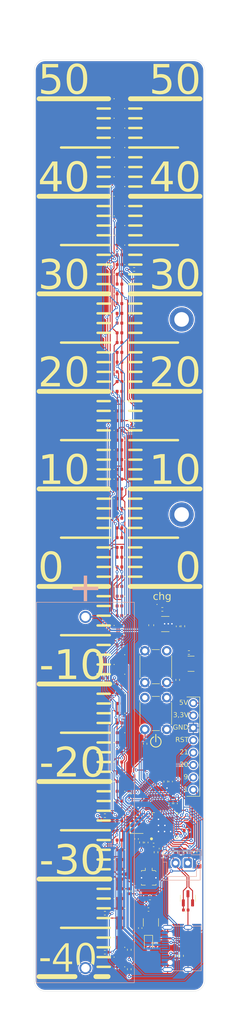
<source format=kicad_pcb>
(kicad_pcb (version 20240108) (generator "pcbnew") (generator_version "8.0")
  (layers (0 "F.Cu" signal) (31 "B.Cu" signal) (34 "B.Paste" user) (35 "F.Paste" user) (36 "B.SilkS" user "B.Silkscreen") (37 "F.SilkS" user "F.Silkscreen") (38 "B.Mask" user) (39 "F.Mask" user) (44 "Edge.Cuts" user))
  (net 0 "")
  (net 1 "Net-(U1-XTAL_N)")
  (net 2 "GND")
  (net 3 "EN")
  (net 4 "Net-(U1-XTAL_P)")
  (net 5 "Net-(U1-LNA_IN)")
  (net 6 "+3.3V")
  (net 7 "+5V")
  (net 8 "/blue")
  (net 9 "/purple")
  (net 10 "/l-blue")
  (net 11 "/celeste")
  (net 12 "/green")
  (net 13 "/beige")
  (net 14 "/red")
  (net 15 "/orange")
  (net 16 "/l-green")
  (net 17 "/cyan")
  (net 18 "D-")
  (net 19 "D+")
  (net 20 "IO21")
  (net 21 "IO20")
  (net 22 "IO9")
  (net 23 "IO1")
  (net 24 "IO2")
  (net 25 "Net-(U1-GPIO3{slash}ADC1_CH3)")
  (net 26 "IO4")
  (net 27 "IO5")
  (net 28 "IO6")
  (net 29 "IO7")
  (net 30 "IO8")
  (net 31 "IO10")
  (net 36 "IO0")
  (net 40 "Net-(C1-Pad1)")
  (net 42 "/CC2")
  (net 43 "/CC1")
  (net 45 "Net-(J4-In)")
  (net 46 "VBAT")
  (net 47 "Net-(D11-K)")
  (net 48 "Net-(U4-PROG)")
  (net 49 "Net-(U4-STAT)")
  (net 50 "VCC")
  (net 51 "Net-(U1-VDD_SPI{slash}GPIO11)")
  (footprint "LED_SMD:LED_0402_1005Metric" (layer "F.Cu") (at 101.785 48.5)
    (property "Reference" "D1" (hide yes))
    (property "Value" "~")
  )
  (footprint "Fiducial:Fiducial_1mm_Mask2mm" (layer "F.Cu") (at 117.3 229.5)
    (property "Reference" "FID1" (hide yes))
    (property "Value" "Fiducial_1mm_Mask2mm")
  )
  (footprint "LED_SMD:LED_0402_1005Metric" (layer "F.Cu") (at 101.785 50.5 180)
    (property "Reference" "D2" (hide yes))
    (property "Value" "~")
  )
  (footprint "Capacitor_SMD:C_0402_1005Metric" (layer "F.Cu") (at 115.57 198.5)
    (property "Reference" "C10" (hide yes))
    (property "Value" "100nF")
  )
  (footprint "Resistor_SMD:R_0402_1005Metric" (layer "F.Cu") (at 111.3 188.5 90)
    (property "Reference" "R13" (hide yes))
    (property "Value" "5,1kΩ")
  )
  (footprint "" (layer "F.Cu") (at 117.45 216.15)
    (property "Reference" "")
    (property "Value" "")
  )
  (footprint "LED_SMD:LED_0402_1005Metric" (layer "F.Cu") (at 101.785 132.5 180)
    (property "Reference" "D50" (hide yes))
    (property "Value" "~")
  )
  (footprint "LED_SMD:LED_0402_1005Metric" (layer "F.Cu") (at 101.785 120.5)
    (property "Reference" "D16" (hide yes))
    (property "Value" "~")
  )
  (footprint "LED_SMD:LED_0402_1005Metric" (layer "F.Cu") (at 101.785 142.5 180)
    (property "Reference" "D8" (hide yes))
    (property "Value" "~")
  )
  (footprint "Resistor_SMD:R_0402_1005Metric" (layer "F.Cu") (at 103.8 223 90)
    (property "Reference" "R9" (hide yes))
    (property "Value" "220")
  )
  (footprint "LED_SMD:LED_0402_1005Metric" (layer "F.Cu") (at 101.785 222.5 180)
    (property "Reference" "D85" (hide yes))
    (property "Value" "~")
  )
  (footprint "Capacitor_SMD:C_0402_1005Metric" (layer "F.Cu") (at 113.81 156.68 90)
    (property "Reference" "C14" (hide yes))
    (property "Value" "100nF")
  )
  (footprint "Capacitor_SMD:C_0402_1005Metric" (layer "F.Cu") (at 113.35 202.85 -90)
    (property "Reference" "C8" (hide yes))
    (property "Value" "100nF")
  )
  (footprint "LED_SMD:LED_0402_1005Metric" (layer "F.Cu") (at 101.785 58.5 180)
    (property "Reference" "D25" (hide yes))
    (property "Value" "~")
  )
  (footprint "TestPoint:TestPoint_Loop_D3.80mm_Drill2.0mm" (layer "F.Cu") (at 114.55 133.75)
    (property "Reference" "REF**" (hide yes))
    (property "Value" "TestPoint_Loop_D3.80mm_Drill2.0mm")
  )
  (footprint "MountingHole:MountingHole_2.1mm" (layer "F.Cu") (at 114.25 216.15)
    (property "Reference" "REF**" (hide yes))
    (property "Value" "MountingHole_2.1mm")
  )
  (footprint "Capacitor_SMD:C_0402_1005Metric" (layer "F.Cu") (at 113.3 193 90)
    (property "Reference" "C9" (hide yes))
    (property "Value" "100nF")
  )
  (footprint "Capacitor_SMD:C_0402_1005Metric" (layer "F.Cu") (at 108.8 201.5)
    (property "Reference" "C2" (hide yes))
    (property "Value" "NC")
  )
  (footprint "Capacitor_SMD:C_0402_1005Metric" (layer "F.Cu") (at 112.32 193 90)
    (property "Reference" "C7" (hide yes))
    (property "Value" "NC")
  )
  (footprint "Crystal:Crystal_SMD_2016-4Pin_2.0x1.6mm" (layer "F.Cu") (at 105.3 198)
    (property "Reference" "Y1" (hide yes))
    (property "Value" "Crystal")
  )
  (footprint "LED_SMD:LED_0402_1005Metric" (layer "F.Cu") (at 101.785 164.5)
    (property "Reference" "D22" (hide yes))
    (property "Value" "~")
  )
  (footprint "LED_SMD:LED_0402_1005Metric" (layer "F.Cu") (at 101.785 128.5 180)
    (property "Reference" "D38" (hide yes))
    (property "Value" "~")
  )
  (footprint "LED_SMD:LED_0402_1005Metric" (layer "F.Cu") (at 101.785 134.5)
    (property "Reference" "D51" (hide yes))
    (property "Value" "~")
  )
  (footprint "LED_SMD:LED_0402_1005Metric" (layer "F.Cu") (at 101.785 98.5 180)
    (property "Reference" "D37" (hide yes))
    (property "Value" "~")
  )
  (footprint "Resistor_SMD:R_0402_1005Metric" (layer "F.Cu") (at 117.3 203 -90)
    (property "Reference" "R15" (hide yes))
    (property "Value" "TBD")
  )
  (footprint "LED_SMD:LED_0402_1005Metric" (layer "F.Cu") (at 101.785 90.5 180)
    (property "Reference" "D15" (hide yes))
    (property "Value" "~")
  )
  (footprint "LED_SMD:LED_0402_1005Metric" (layer "F.Cu") (at 101.785 176.5)
    (property "Reference" "D54" (hide yes))
    (property "Value" "~")
  )
  (footprint "Resistor_SMD:R_0402_1005Metric" (layer "F.Cu") (at 109.25 221.6275 -90)
    (property "Reference" "RV1" (hide yes))
    (property "Value" "Varistor")
  )
  (footprint "Capacitor_SMD:C_0402_1005Metric" (layer "F.Cu") (at 112.3 188.5 90)
    (property "Reference" "C4" (hide yes))
    (property "Value" "1µF")
  )
  (footprint "Capacitor_SMD:C_0603_1608Metric" (layer "F.Cu") (at 108.31 156.45 -90)
    (property "Reference" "C15" (hide yes))
    (property "Value" "10uF")
  )
  (footprint "TestPoint:TestPoint_Loop_D3.80mm_Drill2.0mm" (layer "F.Cu") (at 114.55 93.75)
    (property "Reference" "REF**" (hide yes))
    (property "Value" "TestPoint_Loop_D3.80mm_Drill2.0mm")
  )
  (footprint "LED_SMD:LED_0402_1005Metric" (layer "F.Cu") (at 101.785 208.5)
    (property "Reference" "D86" (hide yes))
    (property "Value" "~")
  )
  (footprint "LED_SMD:LED_0402_1005Metric" (layer "F.Cu") (at 101.785 212.5)
    (property "Reference" "D62" (hide yes))
    (property "Value" "~")
  )
  (footprint "Resistor_SMD:R_0402_1005Metric" (layer "F.Cu") (at 106.3 201 90)
    (property "Reference" "FB1" (hide yes))
    (property "Value" "FerriteBead_Small")
  )
  (footprint "LED_SMD:LED_0402_1005Metric" (layer "F.Cu") (at 101.785 94.5 180)
    (property "Reference" "D27" (hide yes))
    (property "Value" "~")
  )
  (footprint "LED_SMD:LED_0402_1005Metric" (layer "F.Cu") (at 101.785 174.5 180)
    (property "Reference" "D45" (hide yes))
    (property "Value" "~")
  )
  (footprint "LED_SMD:LED_0402_1005Metric" (layer "F.Cu") (at 101.785 60.5)
    (property "Reference" "D34" (hide yes))
    (property "Value" "~")
  )
  (footprint "MountingHole:MountingHole_2.1mm" (layer "F.Cu") (at 114.25 209.65)
    (property "Reference" "REF**" (hide yes))
    (property "Value" "MountingHole_2.1mm")
  )
  (footprint "Capacitor_SMD:C_0603_1608Metric" (layer "F.Cu") (at 108.05 212.25)
    (property "Reference" "C18" (hide yes))
    (property "Value" "NC")
  )
  (footprint "LED_SMD:LED_0402_1005Metric" (layer "F.Cu") (at 101.785 152.5)
    (property "Reference" "D40" (hide yes))
    (property "Value" "~")
  )
  (footprint "LED_SMD:LED_0402_1005Metric" (layer "F.Cu") (at 101.785 100.5)
    (property "Reference" "D48" (hide yes))
    (property "Value" "~")
  )
  (footprint "LED_SMD:LED_0402_1005Metric" (layer "F.Cu") (at 101.785 210.5 180)
    (property "Reference" "D87" (hide yes))
    (property "Value" "~")
  )
  (footprint "LED_SMD:LED_0402_1005Metric" (layer "F.Cu") (at 101.785 170.5 180)
    (property "Reference" "D33" (hide yes))
    (property "Value" "~")
  )
  (footprint "LED_SMD:LED_0402_1005Metric" (layer "F.Cu") (at 101.785 154.5 180)
    (property "Reference" "D41" (hide yes))
    (property "Value" "~")
  )
  (footprint "Resistor_SMD:R_0402_1005Metric" (layer "F.Cu") (at 114.54519 224.24519 -90)
    (property "Reference" "R6" (hide yes))
    (property "Value" "5,1kΩ")
  )
  (footprint "LED_SMD:LED_0402_1005Metric" (layer "F.Cu") (at 101.785 160.5)
    (property "Reference" "D20" (hide yes))
    (property "Value" "~")
  )
  (footprint "LED_SMD:LED_0402_1005Metric" (layer "F.Cu") (at 101.785 148.5)
    (property "Reference" "D30" (hide yes))
    (property "Value" "~")
  )
  (footprint "LED_SMD:LED_0402_1005Metric" (layer "F.Cu") (at 110.59 152.19)
    (property "Reference" "D11" (hide yes))
    (property "Value" "LED_CHR")
  )
  (footprint "LED_SMD:LED_0402_1005Metric" (layer "F.Cu") (at 101.785 92.5)
    (property "Reference" "D26" (hide yes))
    (property "Value" "~")
  )
  (footprint "LED_SMD:LED_0402_1005Metric" (layer "F.Cu") (at 101.785 136.5 180)
    (property "Reference" "D60" (hide yes))
    (property "Value" "~")
  )
  (footprint "Resistor_SMD:R_0402_1005Metric" (layer "F.Cu") (at 103.8 211 90)
    (property "Reference" "R7" (hide yes))
    (property "Value" "220")
  )
  (footprint "Resistor_SMD:R_0402_1005Metric" (layer "F.Cu") (at 116.05 162.05 180)
    (property "Reference" "R18" (hide yes))
    (property "Value" "100K")
  )
  (footprint "Resistor_SMD:R_0402_1005Metric" (layer "F.Cu") (at 107.05 180.75 90)
    (property "Reference" "R11" (hide yes))
    (property "Value" "5,1kΩ")
  )
  (footprint "Package_TO_SOT_SMD:SOT-23-5" (layer "F.Cu") (at 108.25 217.3875 90)
    (property "Reference" "U2" (hide yes))
    (property "Value" "RT9080")
  )
  (footprint "LED_SMD:LED_0402_1005Metric" (layer "F.Cu") (at 101.785 102.5 180)
    (property "Reference" "D49" (hide yes))
    (property "Value" "~")
  )
  (footprint "Fiducial:Fiducial_1mm_Mask2mm" (layer "F.Cu") (at 86.55 50.75)
    (property "Reference" "FID2" (hide yes))
    (property "Value" "Fiducial_1mm_Mask2mm")
  )
  (footprint "Capacitor_SMD:C_0402_1005Metric" (layer "F.Cu") (at 115.4 214.85 180)
    (property "Reference" "C16" (hide yes))
    (property "Value" "100nF")
  )
  (footprint "LED_SMD:LED_0402_1005Metric" (layer "F.Cu") (at 101.785 146.5 180)
    (property "Reference" "D19" (hide yes))
    (property "Value" "~")
  )
  (footprint "LED_SMD:LED_0402_1005Metric" (layer "F.Cu") (at 101.785 114.5 180)
    (property "Reference" "D81" (hide yes))
    (property "Value" "~")
  )
  (footprint "Resistor_SMD:R_0402_1005Metric" (layer "F.Cu") (at 98.8 223.5 180)
    (property "Reference" "R14" (hide yes))
    (property "Value" "220")
  )
  (footprint "Capacitor_SMD:C_0402_1005Metric" (layer "F.Cu") (at 107.3 201 -90)
    (property "Reference" "C1" (hide yes))
    (property "Value" "100nF")
  )
  (footprint "LED_SMD:LED_0402_1005Metric" (layer "F.Cu") (at 101.785 178.5 180)
    (property "Reference" "D55" (hide yes))
    (property "Value" "~")
  )
  (footprint "Resistor_SMD:R_0402_1005Metric" (layer "F.Cu") (at 113.54519 224.23519 -90)
    (property "Reference" "R5" (hide yes))
    (property "Value" "5,1kΩ")
  )
  (footprint "LED_SMD:LED_0402_1005Metric" (layer "F.Cu") (at 101.785 130.5)
    (property "Reference" "D39" (hide yes))
    (property "Value" "~")
  )
  (footprint "Button_Switch_THT:SW_PUSH_6mm" (layer "F.Cu") (at 111.5 161.7 -90)
    (property "Reference" "SW3" (hide yes))
    (property "Value" "SW_MEC_5G")
  )
  (footprint "LED_SMD:LED_0402_1005Metric" (layer "F.Cu") (at 101.785 204.5)
    (property "Reference" "D74" (hide yes))
    (property "Value" "~")
  )
  (footprint "Connector_Coaxial:U.FL_Molex_MCRF_73412-0110_Vertical" (layer "F.Cu") (at 107.8 208.25 180)
    (property "Reference" "J4" (hide yes))
    (property "Value" "NC")
  )
  (footprint "LED_SMD:LED_0402_1005Metric" (layer "F.Cu") (at 101.785 126.5)
    (property "Reference" "D29" (hide yes))
    (property "Value" "~")
  )
  (footprint "LED_SMD:LED_0402_1005Metric" (layer "F.Cu") (at 101.785 156.5)
    (property "Reference" "D9" (hide yes))
    (property "Value" "~")
  )
  (footprint "LED_SMD:LED_0402_1005Metric" (layer "F.Cu") (at 101.785 112.5)
    (property "Reference" "D80" (hide yes))
    (property "Value" "~")
  )
  (footprint "LED_SMD:LED_0402_1005Metric" (layer "F.Cu") (at 101.785 80.5)
    (property "Reference" "D90" (hide yes))
    (property "Value" "~")
  )
  (footprint "Capacitor_SMD:C_0402_1005Metric" (layer "F.Cu") (at 110.3 202.25 90)
    (property "Reference" "C3" (hide yes))
    (property "Value" "100nF")
  )
  (footprint "Capacitor_SMD:C_0402_1005Metric" (layer "F.Cu") (at 105.3 200.27 90)
    (property "Reference" "C6" (hide yes))
    (property "Value" "TBD")
  )
  (footprint "LED_SMD:LED_0402_1005Metric" (layer "F.Cu") (at 101.785 168.5)
    (property "Reference" "D32" (hide yes))
    (property "Value" "~")
  )
  (footprint "LED_SMD:LED_0402_1005Metric" (layer "F.Cu") (at 101.785 190.5 180)
    (property "Reference" "D89" (hide yes))
    (property "Value" "~")
  )
  (footprint "LED_SMD:LED_0402_1005Metric" (layer "F.Cu") (at 101.785 198.5 180)
    (property "Reference" "D53" (hide yes))
    (property "Value" "~")
  )
  (footprint "LED_SMD:LED_0402_1005Metric" (layer "F.Cu") (at 101.785 150.5 180)
    (property "Reference" "D31" (hide yes))
    (property "Value" "~")
  )
  (footprint "LED_SMD:LED_0402_1005Metric" (layer "F.Cu") (at 101.785 72.5)
    (property "Reference" "D68" (hide yes))
    (property "Value" "~")
  )
  (footprint "Capacitor_SMD:C_0402_1005Metric" (layer "F.Cu") (at 105.53 196)
    (property "Reference" "C5" (hide yes))
    (property "Value" "TBD")
  )
  (footprint "LED_SMD:LED_0402_1005Metric" (layer "F.Cu") (at 101.785 192.5)
    (property "Reference" "D42" (hide yes))
    (property "Value" "~")
  )
  (footprint "LED_SMD:LED_0402_1005Metric" (layer "F.Cu") (at 101.785 206.5 180)
    (property "Reference" "D75" (hide yes))
    (property "Value" "~")
  )
  (footprint "Resistor_SMD:R_0402_1005Metric" (layer "F.Cu") (at 114.81 156.66 90)
    (property "Reference" "R16" (hide yes))
    (property "Value" "2K")
  )
  (footprint "LED_SMD:LED_0402_1005Metric" (layer "F.Cu") (at 101.785 54.5 180)
    (property "Reference" "D13" (hide yes))
    (property "Value" "~")
  )
  (footprint "Capacitor_SMD:C_0402_1005Metric" (layer "F.Cu") (at 107.75 214.75 180)
    (property "Reference" "C12" (hide yes))
    (property "Value" "1µF")
  )
  (footprint "Package_TO_SOT_SMD:SOT-23-5" (layer "F.Cu") (at 111.1975 156.21)
    (property "Reference" "U4" (hide yes))
    (property "Value" "MCP73831")
  )
  (footprint "LED_SMD:LED_0402_1005Metric" (layer "F.Cu") (at 101.785 118.5 180)
    (property "Reference" "D6" (hide yes))
    (property "Value" "~")
  )
  (footprint "Resistor_SMD:R_0402_1005Metric" (layer "F.Cu") (at 103.8 226.99 90)
    (property "Reference" "R12" (hide yes))
    (property "Value" "220")
  )
  (footprint "Button_Switch_THT:SW_PUSH_6mm" (layer "F.Cu") (at 107 177.8 90)
    (property "Reference" "SW1" (hide yes))
    (property "Value" "SW_MEC_5G")
  )
  (footprint "LED_SMD:LED_0402_1005Metric" (layer "F.Cu") (at 101.785 82.5 180)
    (property "Reference" "D91" (hide yes))
    (property "Value" "~")
  )
  (footprint "LED_SMD:LED_0402_1005Metric" (layer "F.Cu") (at 101.785 64.5)
    (property "Reference" "D46" (hide yes))
    (property "Value" "~")
  )
  (footprint "LED_SMD:LED_0402_1005Metric" (layer "F.Cu") (at 101.785 88.5)
    (property "Reference" "D14" (hide yes))
    (property "Value" "~")
  )
  (footprint "LED_SMD:LED_0402_1005Metric" (layer "F.Cu") (at 101.785 224.5)
    (property "Reference" "D82" (hide yes))
    (property "Value" "~")
  )
  (footprint "LED_SMD:LED_0402_1005Metric" (layer "F.Cu") (at 101.785 216.5)
    (property "Reference" "D72" (hide yes))
    (property "Value" "~")
  )
  (footprint "LED_SMD:LED_0402_1005Metric" (layer "F.Cu") (at 101.785 96.5)
    (property "Reference" "D36" (hide yes))
    (property "Value" "~")
  )
  (footprint "Fiducial:Fiducial_1mm_Mask2mm" (layer "F.Cu") (at 117.05 50.75)
    (property "Reference" "FID3" (hide yes))
    (property "Value" "Fiducial_1mm_Mask2mm")
  )
  (footprint "LED_SMD:LED_0402_1005Metric" (layer "F.Cu") (at 101.785 106.5 180)
    (property "Reference" "D59" (hide yes))
    (property "Value" "~")
  )
  (footprint "LED_SMD:LED_0402_1005Metric" (layer "F.Cu") (at 101.785 196.5)
    (property "Reference" "D52" (hide yes))
    (property "Value" "~")
  )
  (footprint "LED_SMD:LED_0402_1005Metric" (layer "F.Cu") (at 101.785 56.5)
    (property "Reference" "D24" (hide yes))
    (property "Value" "~")
  )
  (footprint "LED_SMD:LED_0402_1005Metric" (layer "F.Cu") (at 101.785 68.5)
    (property "Reference" "D56" (hide yes))
    (property "Value" "~")
  )
  (footprint "Resistor_SMD:R_0402_1005Metric" (layer "F.Cu") (at 98.8 195.5)
    (property "Reference" "R8" (hide yes))
    (property "Value" "220")
  )
  (footprint "LED_SMD:LED_0402_1005Metric" (layer "F.Cu") (at 101.785 138.5)
    (property "Reference" "D61" (hide yes))
    (property "Value" "~")
  )
  (footprint "LED_SMD:LED_0402_1005Metric" (layer "F.Cu") (at 101.785 62.5 180)
    (property "Reference" "D35" (hide yes))
    (property "Value" "~")
  )
  (footprint "LED_SMD:LED_0402_1005Metric" (layer "F.Cu") (at 101.785 122.5 180)
    (property "Reference" "D17" (hide yes))
    (property "Value" "~")
  )
  (footprint "LED_SMD:LED_0402_1005Metric" (layer "F.Cu") (at 101.785 86.5 180)
    (property "Reference" "D4" (hide yes))
    (property "Value" "~")
  )
  (footprint "Resistor_SMD:R_0402_1005Metric" (layer "F.Cu") (at 98.8 215.5 180)
    (property "Reference" "R10" (hide yes))
    (property "Value" "220")
  )
  (footprint "LED_SMD:LED_0402_1005Metric" (layer "F.Cu") (at 101.785 144.5)
    (property "Reference" "D18" (hide yes))
    (property "Value" "~")
  )
  (footprint "LED_SMD:LED_0402_1005Metric" (layer "F.Cu") (at 101.785 184.5)
    (property "Reference" "D76" (hide yes))
    (property "Value" "~")
  )
  (footprint "LED_SMD:LED_0402_1005Metric" (layer "F.Cu") (at 101.785 172.5)
    (property "Reference" "D44" (hide yes))
    (property "Value" "~")
  )
  (footprint "LED_SMD:LED_0402_1005Metric" (layer "F.Cu") (at 101.785 74.5 180)
    (property "Reference" "D69" (hide yes))
    (property "Value" "~")
  )
  (footprint "Capacitor_SMD:C_0402_1005Metric" (layer "F.Cu") (at 115.25 202.85 90)
    (property "Reference" "C17" (hide yes))
    (property "Value" "100nF")
  )
  (footprint "LED_SMD:LED_0402_1005Metric" (layer "F.Cu") (at 101.785 110.5 180)
    (property "Reference" "D71" (hide yes))
    (property "Value" "~")
  )
  (footprint "LED_SMD:LED_0402_1005Metric" (layer "F.Cu") (at 101.785 116.5)
    (property "Reference" "D5" (hide yes))
    (property "Value" "~")
  )
  (footprint "LED_SMD:LED_0402_1005Metric" (layer "F.Cu") (at 101.785 194.5 180)
    (property "Reference" "D43" (hide yes))
    (property "Value" "~")
  )
  (footprint "LED_SMD:LED_0402_1005Metric" (layer "F.Cu") (at 101.785 162.5 180)
    (property "Reference" "D21" (hide yes))
    (property "Value" "~")
  )
  (footprint "LED_SMD:LED_0402_1005Metric" (layer "F.Cu") (at 101.785 52.5)
    (property "Reference" "D12" (hide yes))
    (property "Value" "~")
  )
  (footprint "LED_SMD:LED_0402_1005Metric" (layer "F.Cu") (at 101.785 182.5 180)
    (property "Reference" "D67" (hide yes))
    (property "Value" "~")
  )
  (footprint "LED_SMD:LED_0402_1005Metric" (layer "F.Cu") (at 101.785 226.5 180)
    (property "Reference" "D83" (hide yes))
    (property "Value" "~")
  )
  (footprint "LED_SMD:LED_0402_1005Metric" (layer "F.Cu") (at 101.785 220.5)
    (property "Reference" "D84" (hide yes))
    (property "Value" "~")
  )
  (footprint "LED_SMD:LED_0402_1005Metric" (layer "F.Cu") (at 101.785 66.5 180)
    (property "Reference" "D47" (hide yes))
    (property "Value" "~")
  )
  (footprint "LED_SMD:LED_0402_1005Metric" (layer "F.Cu") (at 101.785 186.5 180)
    (property "Reference" "D77" (hide yes))
    (property "Value" "~")
  )
  (footprint "Connector_PinHeader_2.54mm:PinHeader_1x08_P2.54mm_Vertical" (layer "F.Cu") (at 116.95 172.42)
    (property "Reference" "J2" (hide yes))
    (property "Value" "Conn_01x08")
  )
  (footprint "Resistor_SMD:R_0402_1005Metric" (layer "F.Cu") (at 110.59 153.2)
    (property "Reference" "R17" (hide yes))
    (property "Value" "1K")
  )
  (footprint "Diode_SMD:D_SOD-323" (layer "F.Cu") (at 107.75 221.65 -90)
    (property "Reference" "D93" (hide yes))
    (property "Value" "D_Schottky_Small")
  )
  (footprint "Capacitor_SMD:C_0402_1005Metric" (layer "F.Cu") (at 110.8 203.75 180)
    (property "Reference" "C13" (hide yes))
    (property "Value" "100nF")
  )
  (footprint "LED_SMD:LED_0402_1005Metric" (layer "F.Cu") (at 101.785 158.5 180)
    (property "Reference" "D10" (hide yes))
    (property "Value" "~")
  )
  (footprint "Resistor_SMD:R_0402_1005Metric" (layer "F.Cu") (at 104.8 115.5 180)
    (property "Reference" "R2" (hide yes))
    (property "Value" "220")
  )
  (footprint "Resistor_SMD:R_0402_1005Metric" (layer "F.Cu") (at 109.3 203 -90)
    (property "Reference" "L1" (hide yes))
    (property "Value" "NC")
  )
  (footprint "" (layer "F.Cu") (at 112.75 212.95 90)
    (property "Reference" "")
    (property "Value" "")
  )
  (footprint "LED_SMD:LED_0402_1005Metric" (layer "F.Cu") (at 101.785 202.5 180)
    (property "Reference" "D65" (hide yes))
    (property "Value" "~")
  )
  (footprint "LED_SMD:LED_0402_1005Metric" (layer "F.Cu") (at 101.785 188.5)
    (property "Reference" "D88" (hide yes))
    (property "Value" "~")
  )
  (footprint "LED_SMD:LED_0402_1005Metric" (layer "F.Cu") (at 101.785 104.5)
    (property "Reference" "D58" (hide yes))
    (property "Value" "~")
  )
  (footprint "LED_SMD:LED_0402_1005Metric" (layer "F.Cu") (at 101.785 108.5)
    (property "Reference" "D70" (hide yes))
    (property "Value" "~")
  )
  (footprint "LED_SMD:LED_0402_1005Metric" (layer "F.Cu") (at 101.785 70.5 180)
    (property "Reference" "D57" (hide yes))
    (property "Value" "~")
  )
  (footprint "LED_SMD:LED_0402_1005Metric" (layer "F.Cu") (at 101.785 180.5)
    (property "Reference" "D66" (hide yes))
    (property "Value" "~")
  )
  (footprint "LED_SMD:LED_0402_1005Metric" (layer "F.Cu") (at 101.785 218.5 180)
    (property "Reference" "D73" (hide yes))
    (property "Value" "~")
  )
  (footprint "Resistor_SMD:R_0402_1005Metric" (layer "F.Cu") (at 98.8 167.25)
    (property "Reference" "R4" (hide yes))
    (property "Value" "220")
  )
  (footprint "LED_SMD:LED_0402_1005Metric" (layer "F.Cu") (at 101.785 140.5)
    (property "Reference" "D7" (hide yes))
    (property "Value" "~")
  )
  (footprint "LED_SMD:LED_0402_1005Metric" (layer "F.Cu") (at 101.785 76.5)
    (property "Reference" "D78" (hide yes))
    (property "Value" "~")
  )
  (footprint "Resistor_SMD:R_0402_1005Metric" (layer "F.Cu") (at 103.8 191 90)
    (property "Reference" "R3" (hide yes))
    (property "Value" "220")
  )
  (footprint "MountingHole:MountingHole_2.1mm" (layer "F.Cu") (at 117.45 209.65)
    (property "Reference" "REF**" (hide yes))
    (property "Value" "MountingHole_2.1mm")
  )
  (footprint "LED_SMD:LED_0402_1005Metric" (layer "F.Cu") (at 101.785 78.5 180)
    (property "Reference" "D79" (hide yes))
    (property "Value" "~")
  )
  (footprint "Package_TO_SOT_SMD:SOT-23" (layer "F.Cu") (at 116.4875 164.35)
    (property "Reference" "Q1" (hide yes))
    (property "Value" "BSS84")
  )
  (footprint "LED_SMD:LED_0402_1005Metric" (layer "F.Cu") (at 101.785 200.5)
    (property "Reference" "D64" (hide yes))
    (property "Value" "~")
  )
  (footprint "Package_DFN_QFN:QFN-32-1EP_5x5mm_P0.5mm_EP3.45x3.45mm" (layer "F.Cu") (at 111.1125 197.5 90)
    (property "Reference" "U1" (hide yes))
    (property "Value" "ESP32-C3")
  )
  (footprint "LED_SMD:LED_0402_1005Metric" (layer "F.Cu") (at 101.785 166.5 180)
    (property "Reference" "D23" (hide yes))
    (property "Value" "~")
  )
  (footprint "Resistor_SMD:R_0402_1005Metric" (layer "F.Cu") (at 113.75 167.66 -90)
    (property "Reference" "R19" (hide yes))
    (property "Value" "5,1kΩ")
  )
  (footprint "Capacitor_SMD:C_0402_1005Metric" (layer "F.Cu") (at 106.05 218.55 -90)
    (property "Reference" "C11" (hide yes))
    (property "Value" "1µF")
  )
  (footprint "LED_SMD:LED_0402_1005Metric" (layer "F.Cu") (at 101.785 124.5)
    (property "Reference" "D28" (hide yes))
    (property "Value" "~")
  )
  (footprint "LED_SMD:LED_0402_1005Metric" (layer "F.Cu") (at 101.785 214.5 180)
    (property "Reference" "D63" (hide yes))
    (property "Value" "~")
  )
  (footprint "LED_SMD:LED_0402_1005Metric" (layer "F.Cu") (at 101.785 84.5)
    (property "Reference" "D3" (hide yes))
    (property "Value" "~")
  )
  (footprint "Package_TO_SOT_SMD:SOT-23" (layer "F.Cu") (at 115.85 212.45 90)
    (property "Reference" "U3" (hide yes))
    (property "Value" "TC1047AxNB")
  )
  (footprint "Resistor_SMD:R_0402_1005Metric" (layer "F.Cu") (at 104.8 83.5)
    (property "Reference" "R1" (hide yes))
    (property "Value" "220")
  )
  (footprint "Connector_JST:JST_XH_B2B-XH-A_1x02_P2.50mm_Vertical" (layer "B.Cu") (at 115.8 205.225 180)
    (property "Reference" "J8" (hide yes))
    (property "Value" "Conn_01x02")
  )
  (footprint "Battery:BatteryHolder_MPD_BH-18650-PC2" (layer "B.Cu") (at 94.8 154.75 -90)
    (property "Reference" "BT1" (hide yes))
    (property "Value" "Battery_Cell")
  )
  (footprint "Connector_USB:USB_C_Receptacle_G-Switch_GT-USB-7010ASV" (layer "B.Cu") (at 114.79519 222.72519 -90)
    (property "Reference" "J1" (hide yes))
    (property "Value" "USB_C_Receptacle_USB2.0")
  )
  (gr_line (start 103.8 84.5) (end 106.3 84.5) (stroke (width 0.5)) (layer "F.SilkS"))
  (gr_line (start 103.8 132.5) (end 106.3 132.5) (stroke (width 0.5)) (layer "F.SilkS"))
  (gr_line (start 99.8 120.5) (end 97.3 120.5) (stroke (width 0.5)) (layer "F.SilkS"))
  (gr_line (start 99.8 126.5) (end 97.3 126.5) (stroke (width 0.5)) (layer "F.SilkS"))
  (gr_line (start 103.8 130.5) (end 106.3 130.5) (stroke (width 0.5)) (layer "F.SilkS"))
  (gr_line (start 99.8 170.5) (end 97.3 170.5) (stroke (width 0.5)) (layer "F.SilkS"))
  (gr_line (start 103.8 72.5) (end 106.3 72.5) (stroke (width 0.5)) (layer "F.SilkS"))
  (gr_line (start 99.8 202.5) (end 97.3 202.5) (stroke (width 0.5)) (layer "F.SilkS"))
  (gr_line (start 99.8 140.5) (end 97.3 140.5) (stroke (width 0.5)) (layer "F.SilkS"))
  (gr_line (start 85.3 188.5) (end 99.8 188.5) (stroke (width 1)) (layer "F.SilkS"))
  (gr_line (start 103.8 102.5) (end 106.3 102.5) (stroke (width 0.5)) (layer "F.SilkS"))
  (gr_line (start 103.8 134.5) (end 106.3 134.5) (stroke (width 0.5)) (layer "F.SilkS"))
  (gr_line (start 99.8 62.5) (end 97.3 62.5) (stroke (width 0.5)) (layer "F.SilkS"))
  (gr_line (start 85.3 108.5) (end 99.55 108.5) (stroke (width 1)) (layer "F.SilkS"))
  (gr_line (start 103.8 106.5) (end 106.3 106.5) (stroke (width 0.5)) (layer "F.SilkS"))
  (gr_line (start 99.8 156.5) (end 97.3 156.5) (stroke (width 0.5)) (layer "F.SilkS"))
  (gr_line (start 103.8 60.5) (end 106.3 60.5) (stroke (width 0.5)) (layer "F.SilkS"))
  (gr_line (start 103.8 70.5) (end 106.3 70.5) (stroke (width 0.5)) (layer "F.SilkS"))
  (gr_line (start 99.8 58.5) (end 89.8 58.5) (stroke (width 0.5)) (layer "F.SilkS"))
  (gr_line (start 99.8 166.5) (end 97.3 166.5) (stroke (width 0.5)) (layer "F.SilkS"))
  (gr_line (start 99.8 216.5) (end 97.3 216.5) (stroke (width 0.5)) (layer "F.SilkS"))
  (gr_line (start 103.8 50.5) (end 106.3 50.5) (stroke (width 0.5)) (layer "F.SilkS"))
  (gr_line (start 99.8 94.5) (end 97.3 94.5) (stroke (width 0.5)) (layer "F.SilkS"))
  (gr_line (start 85.3 168.5) (end 99.8 168.5) (stroke (width 1)) (layer "F.SilkS"))
  (gr_line (start 99.8 194.5) (end 97.3 194.5) (stroke (width 0.5)) (layer "F.SilkS"))
  (gr_line (start 85.3 88.5) (end 99.55 88.5) (stroke (width 1)) (layer "F.SilkS"))
  (gr_line (start 99.8 152.5) (end 97.3 152.5) (stroke (width 0.5)) (layer "F.SilkS"))
  (gr_line (start 103.8 126.5) (end 106.3 126.5) (stroke (width 0.5)) (layer "F.SilkS"))
  (gr_line (start 99.8 80.5) (end 97.3 80.5) (stroke (width 0.5)) (layer "F.SilkS"))
  (gr_line (start 99.8 138.5) (end 89.8 138.5) (stroke (width 0.5)) (layer "F.SilkS"))
  (gr_line (start 103.8 144.5) (end 106.3 144.5) (stroke (width 0.5)) (layer "F.SilkS"))
  (gr_line (start 99.8 178.5) (end 89.8 178.5) (stroke (width 0.5)) (layer "F.SilkS"))
  (gr_line (start 103.8 92.5) (end 106.3 92.5) (stroke (width 0.5)) (layer "F.SilkS"))
  (gr_line (start 99.8 154.5) (end 97.3 154.5) (stroke (width 0.5)) (layer "F.SilkS"))
  (gr_line (start 99.8 158.5) (end 89.8 158.5) (stroke (width 0.5)) (layer "F.SilkS"))
  (gr_line (start 103.8 142.5) (end 106.3 142.5) (stroke (width 0.5)) (layer "F.SilkS"))
  (gr_line (start 103.8 58.5) (end 113.8 58.5) (stroke (width 0.5)) (layer "F.SilkS"))
  (gr_line (start 99.8 160.5) (end 97.3 160.5) (stroke (width 0.5)) (layer "F.SilkS"))
  (gr_line (start 109.25 180.349999) (end 109.25 178.849999) (stroke (width 0.2)) (layer "F.SilkS"))
  (gr_line (start 99.8 72.5) (end 97.3 72.5) (stroke (width 0.5)) (layer "F.SilkS"))
  (gr_line (start 85.3 68.5) (end 99.55 68.5) (stroke (width 1)) (layer "F.SilkS"))
  (gr_line (start 103.8 110.5) (end 106.3 110.5) (stroke (width 0.5)) (layer "F.SilkS"))
  (gr_line (start 103.8 122.5) (end 106.3 122.5) (stroke (width 0.5)) (layer "F.SilkS"))
  (gr_line (start 99.8 174.5) (end 97.3 174.5) (stroke (width 0.5)) (layer "F.SilkS"))
  (gr_line (start 103.8 94.5) (end 106.3 94.5) (stroke (width 0.5)) (layer "F.SilkS"))
  (gr_line (start 99.8 172.5) (end 97.3 172.5) (stroke (width 0.5)) (layer "F.SilkS"))
  (gr_line (start 99.8 144.5) (end 97.3 144.5) (stroke (width 0.5)) (layer "F.SilkS"))
  (gr_line (start 99.8 82.5) (end 97.3 82.5) (stroke (width 0.5)) (layer "F.SilkS"))
  (gr_line (start 99.8 192.5) (end 97.3 192.5) (stroke (width 0.5)) (layer "F.SilkS"))
  (gr_line (start 103.8 138.5) (end 113.8 138.5) (stroke (width 0.5)) (layer "F.SilkS"))
  (gr_poly (pts (xy 95.154689 221.560789) (xy 95.449916 221.643633) (xy 95.717012 221.781707) (xy 95.955979 221.97501) (xy 96.166816 222.223542) (xy 96.230844 222.31866) (xy 96.374806 222.580832) (xy 96.494369 222.876421) (xy 96.58953 223.205426) (xy 96.648091 223.49269) (xy 96.691036 223.80134) (xy 96.718365 224.131377) (xy 96.730077 224.482801) (xy 96.730565 224.573998) (xy 96.722757 224.928707) (xy 96.699332 225.262305) (xy 96.660292 225.574791) (xy 96.605635 225.866165) (xy 96.55 226.15) (xy 96.25 225.95) (xy 93.45 226.05) (xy 93.160711 226.224103) (xy 93.072204 225.914233) (xy 93.013643 225.625859) (xy 92.971053 225.316464) (xy 92.944435 224.986049) (xy 92.933787 224.634614) (xy 92.933565 224.573998) (xy 93.60621 224.573998) (xy 93.613263 224.895758) (xy 93.63442 225.205976) (xy 93.669683 225.504655) (xy 93.71905 225.791793) (xy 93.45 226.05) (xy 96.25 225.95) (xy 95.94508 225.791793) (xy 95.999627 225.467951) (xy 96.033126 225.16783) (xy 96.05252 224.856169) (xy 96.05792 224.573998) (xy 96.050867 224.248392) (xy 96.02971 223.935425) (xy 95.994447 223.635098) (xy 95.94508 223.347411) (xy 95.869551 223.048144) (xy 95.757352 222.75614) (xy 95.599552 222.484193) (xy 95.566992 222.440293) (xy 95.339205 222.230435) (xy 95.053715 222.117434) (xy 94.831332 222.09591) (xy 94.536654 222.136604) (xy 94.26693 222.273819) (xy 94.100069 222.440293) (xy 93.934052 222.702857) (xy 93.814983 222.986331) (xy 93.733762 223.277922) (xy 93.71905 223.347411) (xy 93.664504 223.671948) (xy 93.631004 223.973855) (xy 93.61161 224.288401) (xy 93.60621 224.573998) (xy 92.933565 224.573998) (xy 92.939004 224.274223) (xy 92.959886 223.934329) (xy 92.996431 223.616073) (xy 93.048638 223.319455) (xy 93.129341 223.00075) (xy 93.156315 222.915101) (xy 93.263585 222.634463) (xy 93.410223 222.351859) (xy 93.582505 222.109921) (xy 93.806978 221.88635) (xy 94.06101 221.715625) (xy 94.341704 221.600775) (xy 94.649059 221.541797) (xy 94.831332 221.533175)) (fill solid) (layer "F.SilkS"))
  (gr_line (start 99.8 112.5) (end 97.3 112.5) (stroke (width 0.5)) (layer "F.SilkS"))
  (gr_line (start 99.8 180.5) (end 97.3 180.5) (stroke (width 0.5)) (layer "F.SilkS"))
  (gr_line (start 99.8 50.5) (end 97.3 50.5) (stroke (width 0.5)) (layer "F.SilkS"))
  (gr_line (start 99.8 136.5) (end 97.3 136.5) (stroke (width 0.5)) (layer "F.SilkS"))
  (gr_line (start 103.8 62.5) (end 106.3 62.5) (stroke (width 0.5)) (layer "F.SilkS"))
  (gr_line (start 99.8 98.5) (end 89.8 98.5) (stroke (width 0.5)) (layer "F.SilkS"))
  (gr_line (start 85.3 228.5) (end 92.65 228.5) (stroke (width 1)) (layer "F.SilkS"))
  (gr_line (start 99.8 90.5) (end 97.3 90.5) (stroke (width 0.5)) (layer "F.SilkS"))
  (gr_line (start 99.8 190.5) (end 97.3 190.5) (stroke (width 0.5)) (layer "F.SilkS"))
  (gr_line (start 99.8 54.5) (end 97.3 54.5) (stroke (width 0.5)) (layer "F.SilkS"))
  (gr_line (start 103.8 96.5) (end 106.3 96.5) (stroke (width 0.5)) (layer "F.SilkS"))
  (gr_line (start 99.8 176.5) (end 97.3 176.5) (stroke (width 0.5)) (layer "F.SilkS"))
  (gr_line (start 99.8 114.5) (end 97.3 114.5) (stroke (width 0.5)) (layer "F.SilkS"))
  (gr_line (start 103.8 116.5) (end 106.3 116.5) (stroke (width 0.5)) (layer "F.SilkS"))
  (gr_line (start 99.8 182.5) (end 97.3 182.5) (stroke (width 0.5)) (layer "F.SilkS"))
  (gr_line (start 103.8 74.5) (end 106.3 74.5) (stroke (width 0.5)) (layer "F.SilkS"))
  (gr_line (start 99.8 184.5) (end 97.3 184.5) (stroke (width 0.5)) (layer "F.SilkS"))
  (gr_line (start 99.8 110.5) (end 97.3 110.5) (stroke (width 0.5)) (layer "F.SilkS"))
  (gr_line (start 99.8 78.5) (end 89.8 78.5) (stroke (width 0.5)) (layer "F.SilkS"))
  (gr_line (start 103.8 114.5) (end 106.3 114.5) (stroke (width 0.5)) (layer "F.SilkS"))
  (gr_line (start 99.8 196.5) (end 97.3 196.5) (stroke (width 0.5)) (layer "F.SilkS"))
  (gr_line (start 103.8 136.5) (end 106.3 136.5) (stroke (width 0.5)) (layer "F.SilkS"))
  (gr_line (start 85.3 208.5) (end 99.8 208.5) (stroke (width 1)) (layer "F.SilkS"))
  (gr_line (start 99.8 150.5) (end 97.3 150.5) (stroke (width 0.5)) (layer "F.SilkS"))
  (gr_line (start 103.8 76.5) (end 106.3 76.5) (stroke (width 0.5)) (layer "F.SilkS"))
  (gr_line (start 99.8 214.5) (end 97.3 214.5) (stroke (width 0.5)) (layer "F.SilkS"))
  (gr_line (start 99.8 226.5) (end 97.3 226.5) (stroke (width 0.5)) (layer "F.SilkS"))
  (gr_line (start 118.3 148.5) (end 104.05 148.5) (stroke (width 1)) (layer "F.SilkS"))
  (gr_line (start 99.8 106.5) (end 97.3 106.5) (stroke (width 0.5)) (layer "F.SilkS"))
  (gr_line (start 99.8 210.5) (end 97.3 210.5) (stroke (width 0.5)) (layer "F.SilkS"))
  (gr_line (start 99.8 224.5) (end 97.3 224.5) (stroke (width 0.5)) (layer "F.SilkS"))
  (gr_line (start 103.8 66.5) (end 106.3 66.5) (stroke (width 0.5)) (layer "F.SilkS"))
  (gr_line (start 99.8 198.5) (end 89.8 198.5) (stroke (width 0.5)) (layer "F.SilkS"))
  (gr_line (start 99.8 86.5) (end 97.3 86.5) (stroke (width 0.5)) (layer "F.SilkS"))
  (gr_line (start 99.8 220.5) (end 97.3 220.5) (stroke (width 0.5)) (layer "F.SilkS"))
  (gr_poly (pts (xy 87.492323 225.337501) (xy 85.534473 225.337501) (xy 85.534473 224.74106) (xy 87.492323 224.74106)) (fill solid) (layer "F.SilkS"))
  (gr_line (start 103.8 118.5) (end 113.8 118.5) (stroke (width 0.5)) (layer "F.SilkS"))
  (gr_line (start 103.8 86.5) (end 106.3 86.5) (stroke (width 0.5)) (layer "F.SilkS"))
  (gr_line (start 99.8 164.5) (end 97.3 164.5) (stroke (width 0.5)) (layer "F.SilkS"))
  (gr_line (start 96.95 228.5) (end 99.45 228.5) (stroke (width 1)) (layer "F.SilkS"))
  (gr_line (start 99.8 122.5) (end 97.3 122.5) (stroke (width 0.5)) (layer "F.SilkS"))
  (gr_line (start 99.8 96.5) (end 97.3 96.5) (stroke (width 0.5)) (layer "F.SilkS"))
  (gr_line (start 103.8 82.5) (end 106.3 82.5) (stroke (width 0.5)) (layer "F.SilkS"))
  (gr_line (start 103.8 54.5) (end 106.3 54.5) (stroke (width 0.5)) (layer "F.SilkS"))
  (gr_line (start 85.3 128.5) (end 99.55 128.5) (stroke (width 1)) (layer "F.SilkS"))
  (gr_line (start 103.8 100.5) (end 106.3 100.5) (stroke (width 0.5)) (layer "F.SilkS"))
  (gr_line (start 99.8 130.5) (end 97.3 130.5) (stroke (width 0.5)) (layer "F.SilkS"))
  (gr_line (start 99.8 92.5) (end 97.3 92.5) (stroke (width 0.5)) (layer "F.SilkS"))
  (gr_line (start 99.8 74.5) (end 97.3 74.5) (stroke (width 0.5)) (layer "F.SilkS"))
  (gr_line (start 99.8 60.5) (end 97.3 60.5) (stroke (width 0.5)) (layer "F.SilkS"))
  (gr_line (start 103.8 98.5) (end 113.8 98.5) (stroke (width 0.5)) (layer "F.SilkS"))
  (gr_line (start 99.8 142.5) (end 97.3 142.5) (stroke (width 0.5)) (layer "F.SilkS"))
  (gr_line (start 103.8 146.5) (end 106.3 146.5) (stroke (width 0.5)) (layer "F.SilkS"))
  (gr_line (start 103.8 140.5) (end 106.3 140.5) (stroke (width 0.5)) (layer "F.SilkS"))
  (gr_line (start 99.8 146.5) (end 97.3 146.5) (stroke (width 0.5)) (layer "F.SilkS"))
  (gr_line (start 99.8 118.5) (end 89.8 118.5) (stroke (width 0.5)) (layer "F.SilkS"))
  (gr_line (start 103.8 52.5) (end 106.3 52.5) (stroke (width 0.5)) (layer "F.SilkS"))
  (gr_line (start 118.3 48.5) (end 104.05 48.5) (stroke (width 1)) (layer "F.SilkS"))
  (gr_line (start 99.8 124.5) (end 97.3 124.5) (stroke (width 0.5)) (layer "F.SilkS"))
  (gr_line (start 85.3 148.5) (end 99.55 148.5) (stroke (width 1)) (layer "F.SilkS"))
  (gr_line (start 99.8 76.5) (end 97.3 76.5) (stroke (width 0.5)) (layer "F.SilkS"))
  (gr_line (start 99.8 100.5) (end 97.3 100.5) (stroke (width 0.5)) (layer "F.SilkS"))
  (gr_line (start 99.8 56.5) (end 97.3 56.5) (stroke (width 0.5)) (layer "F.SilkS"))
  (gr_arc (start 109.65 179.35) (mid 109.255691 181.427018) (end 108.839455 179.354283) (stroke (width 0.2)) (layer "F.SilkS"))
  (gr_line (start 103.8 90.5) (end 106.3 90.5) (stroke (width 0.5)) (layer "F.SilkS"))
  (gr_line (start 103.8 56.5) (end 106.3 56.5) (stroke (width 0.5)) (layer "F.SilkS"))
  (gr_line (start 99.8 104.5) (end 97.3 104.5) (stroke (width 0.5)) (layer "F.SilkS"))
  (gr_line (start 99.8 64.5) (end 97.3 64.5) (stroke (width 0.5)) (layer "F.SilkS"))
  (gr_line (start 99.8 212.5) (end 97.3 212.5) (stroke (width 0.5)) (layer "F.SilkS"))
  (gr_line (start 85.3 48.5) (end 99.55 48.5) (stroke (width 1)) (layer "F.SilkS"))
  (gr_line (start 118.3 68.5) (end 104.05 68.5) (stroke (width 1)) (layer "F.SilkS"))
  (gr_line (start 103.8 64.5) (end 106.3 64.5) (stroke (width 0.5)) (layer "F.SilkS"))
  (gr_line (start 99.8 52.5) (end 97.3 52.5) (stroke (width 0.5)) (layer "F.SilkS"))
  (gr_line (start 99.8 222.5) (end 97.3 222.5) (stroke (width 0.5)) (layer "F.SilkS"))
  (gr_line (start 99.8 200.5) (end 97.3 200.5) (stroke (width 0.5)) (layer "F.SilkS"))
  (gr_line (start 118.3 88.5) (end 104.05 88.5) (stroke (width 1)) (layer "F.SilkS"))
  (gr_line (start 99.8 204.5) (end 97.3 204.5) (stroke (width 0.5)) (layer "F.SilkS"))
  (gr_line (start 103.8 78.5) (end 113.8 78.5) (stroke (width 0.5)) (layer "F.SilkS"))
  (gr_line (start 99.8 116.5) (end 97.3 116.5) (stroke (width 0.5)) (layer "F.SilkS"))
  (gr_line (start 99.8 102.5) (end 97.3 102.5) (stroke (width 0.5)) (layer "F.SilkS"))
  (gr_line (start 103.8 112.5) (end 106.3 112.5) (stroke (width 0.5)) (layer "F.SilkS"))
  (gr_line (start 99.8 132.5) (end 97.3 132.5) (stroke (width 0.5)) (layer "F.SilkS"))
  (gr_line (start 99.8 162.5) (end 97.3 162.5) (stroke (width 0.5)) (layer "F.SilkS"))
  (gr_line (start 99.8 218.5) (end 89.8 218.5) (stroke (width 0.5)) (layer "F.SilkS"))
  (gr_line (start 99.8 70.5) (end 97.3 70.5) (stroke (width 0.5)) (layer "F.SilkS"))
  (gr_line (start 118.3 128.5) (end 104.05 128.5) (stroke (width 1)) (layer "F.SilkS"))
  (gr_line (start 103.8 80.5) (end 106.3 80.5) (stroke (width 0.5)) (layer "F.SilkS"))
  (gr_line (start 103.8 104.5) (end 106.3 104.5) (stroke (width 0.5)) (layer "F.SilkS"))
  (gr_line (start 103.8 124.5) (end 106.3 124.5) (stroke (width 0.5)) (layer "F.SilkS"))
  (gr_line (start 99.8 66.5) (end 97.3 66.5) (stroke (width 0.5)) (layer "F.SilkS"))
  (gr_line (start 103.8 120.5) (end 106.3 120.5) (stroke (width 0.5)) (layer "F.SilkS"))
  (gr_line (start 99.8 206.5) (end 97.3 206.5) (stroke (width 0.5)) (layer "F.SilkS"))
  (gr_line (start 99.8 134.5) (end 97.3 134.5) (stroke (width 0.5)) (layer "F.SilkS"))
  (gr_line (start 99.8 84.5) (end 97.3 84.5) (stroke (width 0.5)) (layer "F.SilkS"))
  (gr_poly (pts (xy 91.355268 225.422498) (xy 92.068946 225.422498) (xy 92.068946 225.933942) (xy 91.355268 225.933942) (xy 91.355268 227.48) (xy 90.742707 227.48) (xy 90.742707 225.933942) (xy 88.121004 225.933942) (xy 88.121004 225.530942) (xy 88.166602 225.422498) (xy 88.751151 225.422498) (xy 90.742707 225.422498) (xy 90.742707 222.372882) (xy 90.533742 222.604928) (xy 90.340018 222.837188) (xy 90.179972 223.04113) (xy 90.002943 223.277979) (xy 89.829063 223.521411) (xy 89.658332 223.771426) (xy 89.624563 223.822219) (xy 89.461388 224.077271) (xy 89.307086 224.333182) (xy 89.161656 224.589952) (xy 89.133635 224.641409) (xy 88.987941 224.918834) (xy 88.857139 225.186908) (xy 88.751151 225.422498) (xy 88.166602 225.422498) (xy 88.239984 225.247975) (xy 88.372791 224.969996) (xy 88.512384 224.70293) (xy 88.545987 224.641409) (xy 88.705338 224.359067) (xy 88.857105 224.10323) (xy 89.018396 223.842814) (xy 89.167341 223.611193) (xy 89.344569 223.346403) (xy 89.527477 223.08546) (xy 89.716063 222.828364) (xy 89.910327 222.575115) (xy 90.109172 222.328826) (xy 90.310031 222.094078) (xy 90.512905 221.870871) (xy 90.717794 221.659204) (xy 91.355268 221.659204)) (fill solid) (layer "F.SilkS"))
  (gr_line (start 99.8 186.5) (end 97.3 186.5) (stroke (width 0.5)) (layer "F.SilkS"))
  (gr_line (start 118.3 108.5) (end 104.05 108.5) (stroke (width 1)) (layer "F.SilkS"))
  (gr_arc (start 119.3 229.25) (mid 118.64099 230.84099) (end 117.05 231.5) (stroke (width 0.05)) (layer "Edge.Cuts"))
  (gr_line (start 84.3 229.25) (end 84.3 42.75) (stroke (width 0.05)) (layer "Edge.Cuts"))
  (gr_arc (start 84.3 42.75) (mid 84.95901 41.15901) (end 86.55 40.5) (stroke (width 0.05)) (layer "Edge.Cuts"))
  (gr_arc (start 86.55 231.5) (mid 84.95901 230.84099) (end 84.3 229.25) (stroke (width 0.05)) (layer "Edge.Cuts"))
  (gr_line (start 117.05 231.5) (end 86.55 231.5) (stroke (width 0.05)) (layer "Edge.Cuts"))
  (gr_arc (start 117.05 40.5) (mid 118.64099 41.15901) (end 119.3 42.75) (stroke (width 0.05)) (layer "Edge.Cuts"))
  (gr_line (start 86.55 40.5) (end 117.05 40.5) (stroke (width 0.05)) (layer "Edge.Cuts"))
  (gr_line (start 119.3 42.75) (end 119.3 229.25) (stroke (width 0.05)) (layer "Edge.Cuts"))
  (gr_text "+" (at 94.8 152.55 0) (layer "B.SilkS") (effects (font (size 6 6) (thickness 0.3)) (justify bottom mirror)))
  (gr_text "20" (at 115.018248 185.641 0) (layer "F.SilkS") (effects (font (size 1 1) (thickness 0.25)) (justify bottom)))
  (gr_text "5V" (at 114.968423 172.941 0) (layer "F.SilkS") (effects (font (size 1 1) (thickness 0.25)) (justify bottom)))
  (gr_text "40" (at 85.05 68.5 0) (layer "F.SilkS") (effects (font (size 6 6) (thickness 0.3)) (justify left bottom)))
  (gr_text "chg" (at 110.55 151.5 0) (layer "F.SilkS") (effects (font (size 1.5 1.5) (thickness 0.25)) (justify bottom)))
  (gr_text "10" (at 118.55 128.5 0) (layer "F.SilkS") (effects (font (size 6 6) (thickness 0.3)) (justify right bottom)))
  (gr_text "30" (at 85.05 88.5 0) (layer "F.SilkS") (effects (font (size 6 6) (thickness 0.3)) (justify left bottom)))
  (gr_text "30" (at 118.55 88.5 0) (layer "F.SilkS") (effects (font (size 6 6) (thickness 0.3)) (justify right bottom)))
  (gr_text "20" (at 118.55 108.5 0) (layer "F.SilkS") (effects (font (size 6 6) (thickness 0.3)) (justify right bottom)))
  (gr_text "0" (at 118.55 148.5 0) (layer "F.SilkS") (effects (font (size 6 6) (thickness 0.3)) (justify right bottom)))
  (gr_text "1" (at 115.412945 190.721 0) (layer "F.SilkS") (effects (font (size 1 1) (thickness 0.25)) (justify bottom)))
  (gr_text "-30" (at 85.3 208.5 0) (layer "F.SilkS") (effects (font (size 6 6) (thickness 0.3)) (justify left bottom)))
  (gr_text "RST" (at 114.616713 180.561 0) (layer "F.SilkS") (effects (font (size 1 1) (thickness 0.25)) (justify bottom)))
  (gr_text "50" (at 85.05 48.5 0) (layer "F.SilkS") (effects (font (size 6 6) (thickness 0.3)) (justify left bottom)))
  (gr_text "0" (at 85.05 148.5 0) (layer "F.SilkS") (effects (font (size 6 6) (thickness 0.3)) (justify left bottom)))
  (gr_text "3,3V" (at 114.401779 175.481 0) (layer "F.SilkS") (effects (font (size 1 1) (thickness 0.25)) (justify bottom)))
  (gr_text "50" (at 118.55 48.5 0) (layer "F.SilkS") (effects (font (size 6 6) (thickness 0.3)) (justify right bottom)))
  (gr_text "9" (at 115.412945 188.181 0) (layer "F.SilkS") (effects (font (size 1 1) (thickness 0.25)) (justify bottom)))
  (gr_text "20" (at 85.05 108.5 0) (layer "F.SilkS") (effects (font (size 6 6) (thickness 0.3)) (justify left bottom)))
  (gr_text "21" (at 115.018248 183.101 0) (layer "F.SilkS") (effects (font (size 1 1) (thickness 0.25)) (justify bottom)))
  (gr_text "10" (at 85.05 128.5 0) (layer "F.SilkS") (effects (font (size 6 6) (thickness 0.3)) (justify left bottom)))
  (gr_text "-20" (at 85.3 188.5 0) (layer "F.SilkS") (effects (font (size 6 6) (thickness 0.3)) (justify left bottom)))
  (gr_text "-10" (at 85.3 168.5 0) (layer "F.SilkS") (effects (font (size 6 6) (thickness 0.3)) (justify left bottom)))
  (gr_text "40" (at 118.55 68.5 0) (layer "F.SilkS") (effects (font (size 6 6) (thickness 0.3)) (justify right bottom)))
  (gr_text "GND" (at 114.35 178.021 0) (layer "F.SilkS") (effects (font (size 1 1) (thickness 0.25)) (justify bottom)))
  (segment (start 108.675 197.75) (end 106.3 197.75) (width 0.2) (layer "F.Cu") (net 1))
  (segment (start 106 197.45) (end 106 196.01) (width 0.2) (layer "F.Cu") (net 1))
  (segment (start 106.3 197.75) (end 106 197.45) (width 0.2) (layer "F.Cu") (net 1))
  (segment (start 106 196.01) (end 106.01 196) (width 0.2) (layer "F.Cu") (net 1))
  (segment (start 115.85 218.385) (end 115.87019 218.40519) (width 0.2) (layer "F.Cu") (net 2))
  (segment (start 115.85 211.5125) (end 115.85 218.385) (width 0.2) (layer "F.Cu") (net 2))
  (via (at 112.56 156.16) (size 0.6) (drill 0.3) (layers "F.Cu" "B.Cu") (net 2))
  (via (at 111.1125 197.5) (size 0.6) (drill 0.3) (layers "F.Cu" "B.Cu") (net 2))
  (via (at 117.25 204.45) (size 0.6) (drill 0.3) (layers "F.Cu" "B.Cu") (net 2))
  (via (at 109.8 197.5) (size 0.6) (drill 0.3) (layers "F.Cu" "B.Cu") (net 2))
  (via (at 112.3 198.75) (size 0.6) (drill 0.3) (layers "F.Cu" "B.Cu") (net 2))
  (via (at 106.325 208.25) (size 0.6) (drill 0.3) (layers "F.Cu" "B.Cu") (net 2))
  (via (at 105.625735 193.825735) (size 0.6) (drill 0.3) (layers "F.Cu" "B.Cu") (net 2))
  (via (at 111.06 156.16) (size 0.6) (drill 0.3) (layers "F.Cu" "B.Cu") (net 2))
  (via (at 109.8 198.75) (size 0.6) (drill 0.3) (layers "F.Cu" "B.Cu") (net 2))
  (via (at 112.75 191.4) (size 0.6) (drill 0.3) (layers "F.Cu" "B.Cu") (net 2))
  (via (at 109.8 196.25) (size 0.6) (drill 0.3) (layers "F.Cu" "B.Cu") (net 2))
  (via (at 111.55 189.85) (size 0.6) (drill 0.3) (layers "F.Cu" "B.Cu") (net 2))
  (via (at 111.05 198.75) (size 0.6) (drill 0.3) (layers "F.Cu" "B.Cu") (net 2))
  (via (at 109.275 208.25) (size 0.6) (drill 0.3) (layers "F.Cu" "B.Cu") (net 2))
  (via (at 112.098255 204.371785) (size 0.6) (drill 0.3) (layers "F.Cu" "B.Cu") (net 2))
  (via (at 111.81 156.16) (size 0.6) (drill 0.3) (layers "F.Cu" "B.Cu") (net 2))
  (via (at 114.418526 203.549999) (size 0.6) (drill 0.3) (layers "F.Cu" "B.Cu") (net 2))
  (segment (start 105.75147 193.7) (end 105.625735 193.825735) (width 0.2) (layer "B.Cu") (net 2))
  (segment (start 111.07019 226.46519) (end 111.67019 227.06519) (width 0.2) (layer "B.Cu") (net 2))
  (segment (start 111.07019 219.02519) (end 111.67019 218.42519) (width 0.2) (layer "B.Cu") (net 2))
  (segment (start 111.07019 225.94519) (end 111.07019 226.46519) (width 0.2) (layer "B.Cu") (net 2))
  (segment (start 111.07019 219.54519) (end 111.07019 219.02519) (width 0.2) (layer "B.Cu") (net 2))
  (segment (start 115.849999 201.25) (end 116.8 201.25) (width 0.2) (layer "F.Cu") (net 3))
  (segment (start 116.8 201.25) (end 117.25 200.8) (width 0.2) (layer "F.Cu") (net 3))
  (segment (start 117.25 200.8) (end 117.25 192.45) (width 0.2) (layer "F.Cu") (net 3))
  (segment (start 115.58 200.980001) (end 115.849999 201.25) (width 0.2) (layer "F.Cu") (net 3))
  (segment (start 112.3625 199.9375) (end 112.3625 200.389386) (width 0.2) (layer "F.Cu") (net 3))
  (segment (start 113.79 187.99) (end 111.3 187.99) (width 0.2) (layer "F.Cu") (net 3))
  (segment (start 117.25 192.45) (end 113.8 189) (width 0.2) (layer "F.Cu") (net 3))
  (segment (start 113.8 188) (end 113.79 187.99) (width 0.2) (layer "F.Cu") (net 3))
  (segment (start 113.8 189) (end 113.8 188) (width 0.2) (layer "F.Cu") (net 3))
  (segment (start 112.953115 200.980001) (end 115.58 200.980001) (width 0.2) (layer "F.Cu") (net 3))
  (segment (start 112.3625 200.389386) (end 112.953115 200.980001) (width 0.2) (layer "F.Cu") (net 3))
  (via (at 113.8 188) (size 0.6) (drill 0.3) (layers "F.Cu" "B.Cu") (net 3))
  (segment (start 113.8 183.29) (end 117.05 180.04) (width 0.2) (layer "B.Cu") (net 3))
  (segment (start 113.8 188) (end 113.8 183.29) (width 0.2) (layer "B.Cu") (net 3))
  (segment (start 106.51 199.79) (end 108.05 198.25) (width 0.2) (layer "F.Cu") (net 4))
  (segment (start 105.3 199.25) (end 104.6 198.55) (width 0.2) (layer "F.Cu") (net 4))
  (segment (start 108.05 198.25) (end 108.675 198.25) (width 0.2) (layer "F.Cu") (net 4))
  (segment (start 105.3 199.79) (end 105.3 199.25) (width 0.2) (layer "F.Cu") (net 4))
  (segment (start 105.3 199.79) (end 106.51 199.79) (width 0.2) (layer "F.Cu") (net 4))
  (segment (start 109.28 202.47) (end 109.3 202.49) (width 0.5) (layer "F.Cu") (net 5))
  (segment (start 109.28 201.5) (end 109.28 199.945) (width 0.5) (layer "F.Cu") (net 5))
  (segment (start 109.28 199.945) (end 109.2875 199.9375) (width 0.5) (layer "F.Cu") (net 5))
  (segment (start 109.28 201.5) (end 109.28 202.47) (width 0.5) (layer "F.Cu") (net 5))
  (segment (start 115.65 210.15) (end 114.9 210.9) (width 0.2) (layer "F.Cu") (net 6))
  (segment (start 113.5 166.9) (end 110.961522 166.9) (width 0.2) (layer "F.Cu") (net 6))
  (segment (start 110.3 201.77) (end 110.3625 201.7075) (width 0.3) (layer "F.Cu") (net 6))
  (segment (start 110.961522 166.9) (end 109.05 168.811522) (width 0.2) (layer "F.Cu") (net 6))
  (segment (start 107.3 214.525) (end 107.275 214.5) (width 0.3) (layer "F.Cu") (net 6))
  (segment (start 114.84 198.25) (end 113.55 198.25) (width 0.2) (layer "F.Cu") (net 6))
  (segment (start 114.9 210.9) (end 114.9 213.3875) (width 0.2) (layer "F.Cu") (net 6))
  (segment (start 113.75 167.15) (end 113.5 166.9) (width 0.2) (layer "F.Cu") (net 6))
  (segment (start 114.9075 212.795) (end 114.9 212.7875) (width 0.2) (layer "F.Cu") (net 6))
  (segment (start 114.92 214.85) (end 114.92 213.4075) (width 0.2) (layer "F.Cu") (net 6))
  (segment (start 113.91 192.87) (end 113.3 193.48) (width 0.2) (layer "F.Cu") (net 6))
  (segment (start 115.25 199.25) (end 115.09 199.09) (width 0.2) (layer "F.Cu") (net 6))
  (segment (start 110.3625 201.7075) (end 110.3625 199.9375) (width 0.3) (layer "F.Cu") (net 6))
  (segment (start 111.09038 202.20962) (end 111.9375 203.05674) (width 0.2) (layer "F.Cu") (net 6))
  (segment (start 113.630762 191.449999) (end 113.91 191.729237) (width 0.2) (layer "F.Cu") (net 6))
  (segment (start 114.37 167.77) (end 114.37 172.38) (width 0.2) (layer "F.Cu") (net 6))
  (segment (start 113.91 191.729237) (end 113.91 192.87) (width 0.2) (layer "F.Cu") (net 6))
  (segment (start 115.09 199.09) (end 115.09 198.5) (width 0.2) (layer "F.Cu") (net 6))
  (segment (start 110.05 189) (end 111.29 189) (width 0.2) (layer "F.Cu") (net 6))
  (segment (start 115.65 208.1) (end 115.65 210.15) (width 0.2) (layer "F.Cu") (net 6))
  (segment (start 109.05 168.811522) (end 109.05 179.26) (width 0.2) (layer "F.Cu") (net 6))
  (segment (start 111.9375 203.05674) (end 111.9375 203.3625) (width 0.2) (layer "F.Cu") (net 6))
  (segment (start 105.37647 191.342157) (end 106.642157 191.342157) (width 0.2) (layer "F.Cu") (net 6))
  (segment (start 107.275 213.5) (end 107.275 214.5) (width 0.3) (layer "F.Cu") (net 6))
  (segment (start 111.28 203.75) (end 111.55 203.75) (width 0.2) (layer "F.Cu") (net 6))
  (segment (start 111.9375 203.3625) (end 113.3 204.725) (width 0.2) (layer "F.Cu") (net 6))
  (segment (start 115.09 198.5) (end 114.84 198.25) (width 0.2) (layer "F.Cu") (net 6))
  (segment (start 107.3 216.25) (end 107.3 214.525) (width 0.3) (layer "F.Cu") (net 6))
  (segment (start 104.65 186.85) (end 104.65 185.85) (width 0.2) (layer "F.Cu") (net 6))
  (segment (start 110.65076 201.77) (end 110.3 201.77) (width 0.2) (layer "F.Cu") (net 6))
  (segment (start 109.05 179.26) (end 107.05 181.26) (width 0.2) (layer "F.Cu") (net 6))
  (segment (start 112.8625 193.9175) (end 112.8625 195.0625) (width 0.2) (layer "F.Cu") (net 6))
  (segment (start 104.65 185.85) (end 107.05 183.45) (width 0.2) (layer "F.Cu") (net 6))
  (segment (start 107.275 212.25) (end 107.275 213.5) (width 0.3) (layer "F.Cu") (net 6))
  (segment (start 106.642157 191.342157) (end 108.984314 189) (width 0.2) (layer "F.Cu") (net 6))
  (segment (start 110.3625 199.9375) (end 109.8875 199.9375) (width 0.3) (layer "F.Cu") (net 6))
  (segment (start 107.05 183.45) (end 107.05 181.26) (width 0.2) (layer "F.Cu") (net 6))
  (segment (start 108.984314 189) (end 110.05 189) (width 0.2) (layer "F.Cu") (net 6))
  (segment (start 104.7 186.9) (end 104.65 186.85) (width 0.2) (layer "F.Cu") (net 6))
  (segment (start 104.941421 187.141421) (end 104.941421 190.907108) (width 0.2) (layer "F.Cu") (net 6))
  (segment (start 106.3 201.51) (end 106.3 202.55) (width 0.2) (layer "F.Cu") (net 6))
  (segment (start 111.55 203.75) (end 111.9375 203.3625) (width 0.2) (layer "F.Cu") (net 6))
  (segment (start 113.3 193.48) (end 112.8625 193.9175) (width 0.2) (layer "F.Cu") (net 6))
  (segment (start 113.3 204.725) (end 113.3 205.75) (width 0.2) (layer "F.Cu") (net 6))
  (segment (start 114.37 172.38) (end 116.95 174.96) (width 0.2) (layer "F.Cu") (net 6))
  (segment (start 104.941421 190.907108) (end 105.37647 191.342157) (width 0.2) (layer "F.Cu") (net 6))
  (segment (start 114.92 213.4075) (end 114.9 213.3875) (width 0.2) (layer "F.Cu") (net 6))
  (segment (start 113.75 167.15) (end 114.37 167.77) (width 0.2) (layer "F.Cu") (net 6))
  (segment (start 104.7 186.9) (end 104.941421 187.141421) (width 0.2) (layer "F.Cu") (net 6))
  (segment (start 113.3 205.75) (end 115.65 208.1) (width 0.2) (layer "F.Cu") (net 6))
  (segment (start 111.09038 202.20962) (end 110.65076 201.77) (width 0.2) (layer "F.Cu") (net 6))
  (via (at 111.09038 202.20962) (size 0.7) (drill 0.3) (layers "F.Cu" "B.Cu") (net 6))
  (via (at 106.3 202.55) (size 0.7) (drill 0.3) (layers "F.Cu" "B.Cu") (net 6))
  (via (at 115.25 199.25) (size 0.7) (drill 0.3) (layers "F.Cu" "B.Cu") (net 6))
  (via (at 107.275 213.5) (size 0.6) (drill 0.3) (layers "F.Cu" "B.Cu") (net 6))
  (via (at 104.7 186.9) (size 0.6) (drill 0.3) (layers "F.Cu" "B.Cu") (net 6))
  (via (at 110.05 189) (size 0.7) (drill 0.3) (layers "F.Cu" "B.Cu") (net 6))
  (via (at 113.630762 191.449999) (size 0.7) (drill 0.3) (layers "F.Cu" "B.Cu") (net 6))
  (segment (start 104.7 204.15) (end 104.7 210.95) (width 0.2) (layer "B.Cu") (net 6))
  (segment (start 104.7 210.95) (end 109.384314 210.95) (width 0.2) (layer "B.Cu") (net 6))
  (segment (start 113.630762 191.449999) (end 113.080761 192) (width 0.2) (layer "B.Cu") (net 6))
  (segment (start 114.423187 200.580001) (end 112.924131 200.580001) (width 0.2) (layer "B.Cu") (net 6))
  (segment (start 110.298255 210.036059) (end 110.298255 203.001745) (width 0.2) (layer "B.Cu") (net 6))
  (segment (start 104.7 210.95) (end 104.7 212) (width 0.2) (layer "B.Cu") (net 6))
  (segment (start 104.7 187.631372) (end 113.918628 196.85) (width 0.2) (layer "B.Cu") (net 6))
  (segment (start 106.2 213.5) (end 107.275 213.5) (width 0.2) (layer "B.Cu") (net 6))
  (segment (start 109.384314 210.95) (end 110.298255 210.036059) (width 0.2) (layer "B.Cu") (net 6))
  (segment (start 112.719999 200.580001) (end 112.924131 200.580001) (width 0.2) (layer "B.Cu") (net 6))
  (segment (start 110.05 189.55) (end 110.05 189) (width 0.2) (layer "B.Cu") (net 6))
  (segment (start 115.25 199.25) (end 115.25 199.753188) (width 0.2) (layer "B.Cu") (net 6))
  (segment (start 110.298255 203.001745) (end 111.09038 202.20962) (width 0.2) (layer "B.Cu") (net 6))
  (segment (start 106.3 202.55) (end 104.7 204.15) (width 0.2) (layer "B.Cu") (net 6))
  (segment (start 115.25 199.753188) (end 114.423187 200.580001) (width 0.2) (layer "B.Cu") (net 6))
  (segment (start 113.918628 197.918628) (end 115.25 199.25) (width 0.2) (layer "B.Cu") (net 6))
  (segment (start 113.918628 196.85) (end 113.918628 197.918628) (width 0.2) (layer "B.Cu") (net 6))
  (segment (start 113.080761 192) (end 112.5 192) (width 0.2) (layer "B.Cu") (net 6))
  (segment (start 111.09038 202.20962) (end 112.719999 200.580001) (width 0.2) (layer "B.Cu") (net 6))
  (segment (start 104.7 212) (end 106.2 213.5) (width 0.2) (layer "B.Cu") (net 6))
  (segment (start 112.5 192) (end 110.05 189.55) (width 0.2) (layer "B.Cu") (net 6))
  (segment (start 104.7 186.9) (end 104.7 187.631372) (width 0.2) (layer "B.Cu") (net 6))
  (segment (start 117.05 172.42) (end 118.62 172.42) (width 0.2) (layer "F.Cu") (net 7))
  (segment (start 118.7 165.35) (end 118.7 172.5) (width 0.2) (layer "F.Cu") (net 7))
  (segment (start 107.75 222.6175) (end 107.75 222.7) (width 0.2) (layer "F.Cu") (net 7))
  (segment (start 117.096572 220.703428) (end 112.79519 220.703428) (width 0.2) (layer "F.Cu") (net 7))
  (segment (start 118.9 172.7) (end 118.9 218.9) (width 0.2) (layer "F.Cu") (net 7))
  (segment (start 112.79519 220.703428) (end 109.664072 220.703428) (width 0.3) (layer "F.Cu") (net 7))
  (segment (start 118.9 218.9) (end 117.096572 220.703428) (width 0.2) (layer "F.Cu") (net 7))
  (segment (start 115.95 154.65) (end 115.95 158.27) (width 0.2) (layer "F.Cu") (net 7))
  (segment (start 111.035 152.15) (end 111.06 152.175) (width 0.2) (layer "F.Cu") (net 7))
  (segment (start 118.7 163.45) (end 118.7 165.35) (width 0.2) (layer "F.Cu") (net 7))
  (segment (start 113.49 152.19) (end 115.95 154.65) (width 0.2) (layer "F.Cu") (net 7))
  (segment (start 118.65 163.4) (end 118.7 163.45) (width 0.2) (layer "F.Cu") (net 7))
  (segment (start 113.81 157.16) (end 112.335 157.16) (width 0.5) (layer "F.Cu") (net 7))
  (segment (start 115.54 162.05) (end 115.54 163.39) (width 0.2) (layer "F.Cu") (net 7))
  (segment (start 115.95 158.27) (end 115.185 159.035) (width 0.2) (layer "F.Cu") (net 7))
  (segment (start 118.7 172.5) (end 118.9 172.7) (width 0.2) (layer "F.Cu") (net 7))
  (segment (start 109.25 221.1175) (end 107.75 222.6175) (width 0.2) (layer "F.Cu") (net 7))
  (segment (start 113.81 157.16) (end 113.81 157.66) (width 0.2) (layer "F.Cu") (net 7))
  (segment (start 118.62 172.42) (end 118.7 172.5) (width 0.2) (layer "F.Cu") (net 7))
  (segment (start 115.54 163.39) (end 115.55 163.4) (width 0.2) (layer "F.Cu") (net 7))
  (segment (start 115.55 163.4) (end 118.65 163.4) (width 0.2) (layer "F.Cu") (net 7))
  (segment (start 113.81 157.66) (end 118.71 162.56) (width 0.2) (layer "F.Cu") (net 7))
  (segment (start 118.7 162.55) (end 118.7 163.45) (width 0.2) (layer "F.Cu") (net 7))
  (segment (start 109.664072 220.703428) (end 109.25 221.1175) (width 0.3) (layer "F.Cu") (net 7))
  (segment (start 111.075 152.19) (end 113.49 152.19) (width 0.2) (layer "F.Cu") (net 7))
  (via (at 112.79519 220.703428) (size 0.7) (drill 0.3) (layers "F.Cu" "B.Cu") (net 7))
  (segment (start 112.79519 220.703428) (end 112.503427 220.703428) (width 0.2) (layer "B.Cu") (net 7))
  (segment (start 113.03557 221.235571) (end 113.03557 223.965496) (width 0.2) (layer "B.Cu") (net 7))
  (segment (start 112.055876 224.94519) (end 111.34519 224.94519) (width 0.2) (layer "B.Cu") (net 7))
  (segment (start 113.03557 223.965496) (end 112.055876 224.94519) (width 0.2) (layer "B.Cu") (net 7))
  (segment (start 112.79519 220.995191) (end 113.03557 221.235571) (width 0.2) (layer "B.Cu") (net 7))
  (segment (start 112.79519 220.703428) (end 112.79519 220.995191) (width 0.2) (layer "B.Cu") (net 7))
  (segment (start 111.25519 220.51019) (end 111.07019 220.32519) (width 0.2) (layer "B.Cu") (net 7))
  (segment (start 112.503427 220.703428) (end 112.310189 220.51019) (width 0.2) (layer "B.Cu") (net 7))
  (segment (start 112.310189 220.51019) (end 111.25519 220.51019) (width 0.2) (layer "B.Cu") (net 7))
  (segment (start 102.27 111.125) (end 102.27 112.5) (width 0.2) (layer "F.Cu") (net 8))
  (segment (start 102.27 114.5) (end 102.27 114.49) (width 0.2) (layer "F.Cu") (net 8))
  (segment (start 101.3 50.5) (end 99.301 52.499) (width 0.2) (layer "F.Cu") (net 8))
  (segment (start 102.27 110.5) (end 102.27 111.125) (width 0.2) (layer "F.Cu") (net 8))
  (segment (start 102.27 104.5) (end 102.27 102.5) (width 0.2) (layer "F.Cu") (net 8))
  (segment (start 102.27 96.5) (end 102.27 98.5) (width 0.2) (layer "F.Cu") (net 8))
  (segment (start 99.301 83.067529) (end 99.8826 83.649129) (width 0.2) (layer "F.Cu") (net 8))
  (segment (start 102.27 110.5) (end 102.27 108.5) (width 0.2) (layer "F.Cu") (net 8))
  (segment (start 102.27 96.5) (end 102.27 94.5) (width 0.2) (layer "F.Cu") (net 8))
  (segment (start 99.8041 109.9606) (end 100.9685 111.125) (width 0.2) (layer "F.Cu") (net 8))
  (segment (start 102.27 102.5) (end 102.27 100.5) (width 0.2) (layer "F.Cu") (net 8))
  (segment (start 101.3 48.5) (end 101.3 50.5) (width 0.2) (layer "F.Cu") (net 8))
  (segment (start 99.8826 83.649129) (end 99.8826 108.795671) (width 0.2) (layer "F.Cu") (net 8))
  (segment (start 99.8826 108.795671) (end 99.8041 108.874171) (width 0.2) (layer "F.Cu") (net 8))
  (segment (start 102.27 90.5) (end 102.27 92.5) (width 0.2) (layer "F.Cu") (net 8))
  (segment (start 102.27 88.5) (end 102.27 90.5) (width 0.2) (layer "F.Cu") (net 8))
  (segment (start 102.27 86.5) (end 102.27 88.5) (width 0.2) (layer "F.Cu") (net 8))
  (segment (start 102.27 94.5) (end 102.27 92.5) (width 0.2) (layer "F.Cu") (net 8))
  (segment (start 99.301 52.499) (end 99.301 83.067529) (width 0.2) (layer "F.Cu") (net 8))
  (segment (start 104.29 114.99) (end 104.29 115.5) (width 0.2) (layer "F.Cu") (net 8))
  (segment (start 102.27 84.5) (end 102.27 86.5) (width 0.2) (layer "F.Cu") (net 8))
  (segment (start 100.9685 111.125) (end 102.27 111.125) (width 0.2) (layer "F.Cu") (net 8))
  (segment (start 102.27 106.5) (end 102.27 104.5) (width 0.2) (layer "F.Cu") (net 8))
  (segment (start 99.8041 108.874171) (end 99.8041 109.9606) (width 0.2) (layer "F.Cu") (net 8))
  (segment (start 102.27 114.49) (end 102.27 112.5) (width 0.2) (layer "F.Cu") (net 8))
  (segment (start 102.27 114.49) (end 103.79 114.49) (width 0.2) (layer "F.Cu") (net 8))
  (segment (start 102.27 98.5) (end 102.27 100.5) (width 0.2) (layer "F.Cu") (net 8))
  (segment (start 102.27 108.5) (end 102.27 106.5) (width 0.2) (layer "F.Cu") (net 8))
  (segment (start 103.79 114.49) (end 104.29 114.99) (width 0.2) (layer "F.Cu") (net 8))
  (segment (start 102.27 56.5) (end 100.6303 54.8603) (width 0.2) (layer "F.Cu") (net 9))
  (segment (start 102.27 82.49) (end 104.3 82.49) (width 0.2) (layer "F.Cu") (net 9))
  (segment (start 102.27 62.5) (end 102.27 60.5) (width 0.2) (layer "F.Cu") (net 9))
  (segment (start 104.3 82.49) (end 105.31 83.5) (width 0.2) (layer "F.Cu") (net 9))
  (segment (start 100.9599 51.8742) (end 102.27 51.8742) (width 0.2) (layer "F.Cu") (net 9))
  (segment (start 100.6303 54.8603) (end 100.6303 52.2038) (width 0.2) (layer "F.Cu") (net 9))
  (segment (start 102.27 72.5) (end 102.27 70.5) (width 0.2) (layer "F.Cu") (net 9))
  (segment (start 102.27 82.49) (end 102.27 80.5) (width 0.2) (layer "F.Cu") (net 9))
  (segment (start 102.27 64.5) (end 102.27 62.5) (width 0.2) (layer "F.Cu") (net 9))
  (segment (start 102.27 76.5) (end 102.27 74.5) (width 0.2) (layer "F.Cu") (net 9))
  (segment (start 102.27 76.5) (end 102.27 78.5) (width 0.2) (layer "F.Cu") (net 9))
  (segment (start 102.27 51.8742) (end 102.27 50.5) (width 0.2) (layer "F.Cu") (net 9))
  (segment (start 102.27 74.5) (end 102.27 72.5) (width 0.2) (layer "F.Cu") (net 9))
  (segment (start 102.27 58.5) (end 102.27 56.5) (width 0.2) (layer "F.Cu") (net 9))
  (segment (start 102.27 82.5) (end 102.27 82.49) (width 0.2) (layer "F.Cu") (net 9))
  (segment (start 102.27 52.5) (end 102.27 51.8742) (width 0.2) (layer "F.Cu") (net 9))
  (segment (start 100.6303 52.2038) (end 100.9599 51.8742) (width 0.2) (layer "F.Cu") (net 9))
  (segment (start 102.27 70.5) (end 102.27 68.5) (width 0.2) (layer "F.Cu") (net 9))
  (segment (start 102.27 78.5) (end 102.27 80.5) (width 0.2) (layer "F.Cu") (net 9))
  (segment (start 102.27 66.5) (end 102.27 64.5) (width 0.2) (layer "F.Cu") (net 9))
  (segment (start 102.27 50.5) (end 102.27 48.5) (width 0.2) (layer "F.Cu") (net 9))
  (segment (start 102.27 68.5) (end 102.27 66.5) (width 0.2) (layer "F.Cu") (net 9))
  (segment (start 102.27 52.5) (end 102.27 54.5) (width 0.2) (layer "F.Cu") (net 9))
  (segment (start 102.27 58.5) (end 102.27 60.5) (width 0.2) (layer "F.Cu") (net 9))
  (segment (start 102.27 184.5) (end 102.27 186.5) (width 0.2) (layer "F.Cu") (net 10))
  (segment (start 99.3793 93.4664) (end 99.1761 93.2632) (width 0.2) (layer "F.Cu") (net 10))
  (segment (start 102.8 183.407) (end 102.2701 182.8771) (width 0.2) (layer "F.Cu") (net 10))
  (segment (start 102.27 190.5) (end 102.27 190.49) (width 0.2) (layer "F.Cu") (net 10))
  (segment (start 102.27 168.5) (end 102.27 167.822) (width 0.2) (layer "F.Cu") (net 10))
  (segment (start 101.7 175.07) (end 101.7 175.93) (width 0.2) (layer "F.Cu") (net 10))
  (segment (start 100.963052 167.88) (end 100.573052 168.27) (width 0.2) (layer "F.Cu") (net 10))
  (segment (start 101.3 112.5) (end 99.3793 110.5793) (width 0.2) (layer "F.Cu") (net 10))
  (segment (start 102.27 182.8771) (end 102.27 182.5) (width 0.2) (layer "F.Cu") (net 10))
  (segment (start 102.27 190.49) (end 103.8 190.49) (width 0.2) (layer "F.Cu") (net 10))
  (segment (start 98.5837 166.017376) (end 98.5837 140.650614) (width 0.2) (layer "F.Cu") (net 10))
  (segment (start 97.72 167.618924) (end 97.72 166.881076) (width 0.2) (layer "F.Cu") (net 10))
  (segment (start 97.72 166.881076) (end 98.5837 166.017376) (width 0.2) (layer "F.Cu") (net 10))
  (segment (start 102.27 172.5) (end 102.27 174.5) (width 0.2) (layer "F.Cu") (net 10))
  (segment (start 101.3 82.5) (end 101.393 82.407) (width 0.2) (layer "F.Cu") (net 10))
  (segment (start 102.27 180.5) (end 102.27 182.5) (width 0.2) (layer "F.Cu") (net 10))
  (segment (start 102.27 170.5) (end 102.27 168.5) (width 0.2) (layer "F.Cu") (net 10))
  (segment (start 102.27 167.85) (end 102.24 167.88) (width 0.2) (layer "F.Cu") (net 10))
  (segment (start 100.573052 168.27) (end 98.371076 168.27) (width 0.2) (layer "F.Cu") (net 10))
  (segment (start 100.6843 83.7968) (end 101.3 83.1811) (width 0.2) (layer "F.Cu") (net 10))
  (segment (start 101.393 80.593) (end 101.3 80.5) (width 0.2) (layer "F.Cu") (net 10))
  (segment (start 101.1756 91.3317) (end 100.6843 90.8404) (width 0.2) (layer "F.Cu") (net 10))
  (segment (start 101.7 175.93) (end 102.27 176.5) (width 0.2) (layer "F.Cu") (net 10))
  (segment (start 98.371076 168.27) (end 97.72 167.618924) (width 0.2) (layer "F.Cu") (net 10))
  (segment (start 102.8 183.97) (end 102.8 183.407) (width 0.2) (layer "F.Cu") (net 10))
  (segment (start 102.2701 182.8771) (end 102.27 182.8771) (width 0.2) (layer "F.Cu") (net 10))
  (segment (start 102.27 178.5) (end 102.27 176.5) (width 0.2) (layer "F.Cu") (net 10))
  (segment (start 102.27 166.5) (end 102.27 164.5) (width 0.2) (layer "F.Cu") (net 10))
  (segment (start 102.27 180.5) (end 102.27 178.5) (width 0.2) (layer "F.Cu") (net 10))
  (segment (start 102.27 190.49) (end 102.27 188.5) (width 0.2) (layer "F.Cu") (net 10))
  (segment (start 101.3 83.1811) (end 101.3 82.5) (width 0.2) (layer "F.Cu") (net 10))
  (segment (start 101.393 82.407) (end 101.393 80.593) (width 0.2) (layer "F.Cu") (net 10))
  (segment (start 102.27 184.5) (end 102.8 183.97) (width 0.2) (layer "F.Cu") (net 10))
  (segment (start 102.27 186.5) (end 102.27 188.5) (width 0.2) (layer "F.Cu") (net 10))
  (segment (start 99.4708 116.3292) (end 101.3 114.5) (width 0.2) (layer "F.Cu") (net 10))
  (segment (start 99.3793 110.5793) (end 99.3793 93.4664) (width 0.2) (layer "F.Cu") (net 10))
  (segment (start 102.27 174.5) (end 101.7 175.07) (width 0.2) (layer "F.Cu") (net 10))
  (segment (start 102.24 167.88) (end 100.963052 167.88) (width 0.2) (layer "F.Cu") (net 10))
  (segment (start 100.6843 90.8404) (end 100.6843 83.7968) (width 0.2) (layer "F.Cu") (net 10))
  (segment (start 102.27 172.5) (end 102.27 170.5) (width 0.2) (layer "F.Cu") (net 10))
  (segment (start 98.5837 140.650614) (end 99.4708 139.763514) (width 0.2) (layer "F.Cu") (net 10))
  (segment (start 101.3 112.5) (end 101.3 114.5) (width 0.2) (layer "F.Cu") (net 10))
  (segment (start 102.27 167.822) (end 102.27 166.5) (width 0.2) (layer "F.Cu") (net 10))
  (segment (start 99.4708 139.763514) (end 99.4708 116.3292) (width 0.2) (layer "F.Cu") (net 10))
  (via (at 101.1756 91.3317) (size 0.6) (drill 0.3) (layers "F.Cu" "B.Cu") (net 10))
  (via (at 99.1761 93.2632) (size 0.6) (drill 0.3) (layers "F.Cu" "B.Cu") (net 10))
  (segment (start 99.2441 93.2632) (end 99.1761 93.2632) (width 0.2) (layer "B.Cu") (net 10))
  (segment (start 101.1756 91.3317) (end 99.2441 93.2632) (width 0.2) (layer "B.Cu") (net 10))
  (segment (start 101.3 128.5) (end 101.3 130.5) (width 0.2) (layer "F.Cu") (net 11))
  (segment (start 105.784314 116.765685) (end 106.28 116.27) (width 0.2) (layer "F.Cu") (net 11))
  (segment (start 101.6016 134.8016) (end 101.3 134.5) (width 0.2) (layer "F.Cu") (net 11))
  (segment (start 101.3 166.5) (end 101.3 164.5) (width 0.2) (layer "F.Cu") (net 11))
  (segment (start 98.9786 166.9186) (end 99.31 167.25) (width 0.2) (layer "F.Cu") (net 11))
  (segment (start 101.3 126.5) (end 100.6725 125.8725) (width 0.2) (layer "F.Cu") (net 11))
  (segment (start 100.6725 125.8725) (end 100.6725 124.1537) (width 0.2) (layer "F.Cu") (net 11))
  (segment (start 106.28 116.27) (end 106.28 112.414314) (width 0.2) (layer "F.Cu") (net 11))
  (segment (start 102.27 116.5) (end 102.2993 116.5) (width 0.2) (layer "F.Cu") (net 11))
  (segment (start 103.05 56.25) (end 103.05 80.301076) (width 0.2) (layer "F.Cu") (net 11))
  (segment (start 101.6016 136.1984) (end 101.6016 134.8016) (width 0.2) (layer "F.Cu") (net 11))
  (segment (start 98.9786 166.49) (end 98.9786 166.9186) (width 0.2) (layer "F.Cu") (net 11))
  (segment (start 101.3 138.5) (end 98.9837 140.8163) (width 0.2) (layer "F.Cu") (net 11))
  (segment (start 106.28 112.414314) (end 103.8586 109.992914) (width 0.2) (layer "F.Cu") (net 11))
  (segment (start 101.3 132.5) (end 101.3 130.5) (width 0.2) (layer "F.Cu") (net 11))
  (segment (start 105.5159 117.0341) (end 105.55 117) (width 0.2) (layer "F.Cu") (net 11))
  (segment (start 104.4392 92.7056) (end 104.4392 85.6918) (width 0.2) (layer "F.Cu") (net 11))
  (segment (start 102.27 123.8283) (end 102.27 122.5) (width 0.2) (layer "F.Cu") (net 11))
  (segment (start 101.29 166.49) (end 98.9786 166.49) (width 0.2) (layer "F.Cu") (net 11))
  (segment (start 101.3 166.5) (end 101.29 166.49) (width 0.2) (layer "F.Cu") (net 11))
  (segment (start 101.3 138.5) (end 101.3 136.5) (width 0.2) (layer "F.Cu") (net 11))
  (segment (start 98.9837 140.8163) (end 98.9837 166.4849) (width 0.2) (layer "F.Cu") (net 11))
  (segment (start 100.9979 123.8283) (end 102.27 123.8283) (width 0.2) (layer "F.Cu") (net 11))
  (segment (start 102.27 118.5) (end 102.27 120.5) (width 0.2) (layer "F.Cu") (net 11))
  (segment (start 101.3 136.5) (end 101.6016 136.1984) (width 0.2) (layer "F.Cu") (net 11))
  (segment (start 102.27 124.5) (end 102.27 123.8283) (width 0.2) (layer "F.Cu") (net 11))
  (segment (start 103.8586 93.2862) (end 104.4392 92.7056) (width 0.2) (layer "F.Cu") (net 11))
  (segment (start 101.3 134.5) (end 101.3 132.5) (width 0.2) (layer "F.Cu") (net 11))
  (segment (start 105.88 84.251) (end 104.4392 85.6918) (width 0.2) (layer "F.Cu") (net 11))
  (segment (start 102.2993 116.5) (end 102.8334 117.0341) (width 0.2) (layer "F.Cu") (net 11))
  (segment (start 104.4392 85.6918) (end 103.5135 84.766) (width 0.2) (layer "F.Cu") (net 11))
  (segment (start 101.3 52.5) (end 101.3 54.5) (width 0.2) (layer "F.Cu") (net 11))
  (segment (start 105.88 83.131076) (end 105.88 84.251) (width 0.2) (layer "F.Cu") (net 11))
  (segment (start 101.943 83.857) (end 101.3 84.5) (width 0.2) (layer "F.Cu") (net 11))
  (segment (start 102.6044 83.857) (end 101.943 83.857) (width 0.2) (layer "F.Cu") (net 11))
  (segment (start 101.3 86.5) (end 101.3 84.5) (width 0.2) (layer "F.Cu") (net 11))
  (segment (start 102.27 122.5) (end 102.27 120.5) (width 0.2) (layer "F.Cu") (net 11))
  (segment (start 103.5135 84.766) (end 102.6044 83.857) (width 0.2) (layer "F.Cu") (net 11))
  (segment (start 101.3 54.5) (end 103.05 56.25) (width 0.2) (layer "F.Cu") (net 11))
  (segment (start 103.05 80.301076) (end 105.88 83.131076) (width 0.2) (layer "F.Cu") (net 11))
  (segment (start 101.3 126.5) (end 101.3 128.5) (width 0.2) (layer "F.Cu") (net 11))
  (segment (start 105.55 117) (end 105.784314 116.765685) (width 0.2) (layer "F.Cu") (net 11))
  (segment (start 100.6725 124.1537) (end 100.9979 123.8283) (width 0.2) (layer "F.Cu") (net 11))
  (segment (start 102.0806 118.3106) (end 102.27 118.5) (width 0.2) (layer "F.Cu") (net 11))
  (segment (start 102.27 116.5) (end 102.0806 116.6894) (width 0.2) (layer "F.Cu") (net 11))
  (segment (start 98.9837 166.4849) (end 98.9786 166.49) (width 0.2) (layer "F.Cu") (net 11))
  (segment (start 102.0806 116.6894) (end 102.0806 118.3106) (width 0.2) (layer "F.Cu") (net 11))
  (segment (start 102.8334 117.0341) (end 105.5159 117.0341) (width 0.2) (layer "F.Cu") (net 11))
  (segment (start 103.8586 109.992914) (end 103.8586 93.2862) (width 0.2) (layer "F.Cu") (net 11))
  (segment (start 102.27 151.175) (end 102.27 152.5) (width 0.2) (layer "F.Cu") (net 12))
  (segment (start 99.8708 134.5164) (end 100.9999 135.6455) (width 0.2) (layer "F.Cu") (net 12))
  (segment (start 101.3 118.3504) (end 101.3 118.5) (width 0.2) (layer "F.Cu") (net 12))
  (segment (start 105.88 112.58) (end 105.88 116.104314) (width 0.2) (layer "F.Cu") (net 12))
  (segment (start 101.3 192.5) (end 101.3 194.4985) (width 0.2) (layer "F.Cu") (net 12))
  (segment (start 101.3 56.5) (end 101.3 58.5) (width 0.2) (layer "F.Cu") (net 12))
  (segment (start 101.3 194.4985) (end 101.3 194.5) (width 0.2) (layer "F.Cu") (net 12))
  (segment (start 102.27 151.175) (end 100.9936 151.175) (width 0.2) (layer "F.Cu") (net 12))
  (segment (start 99.701 60.099) (end 99.701 82.619) (width 0.2) (layer "F.Cu") (net 12))
  (segment (start 103.3863 116.6) (end 102.664 115.8777) (width 0.2) (layer "F.Cu") (net 12))
  (segment (start 100.9936 151.175) (end 100.6724 150.8538) (width 0.2) (layer "F.Cu") (net 12))
  (segment (start 99.8269 194.4985) (end 99.31 195.0154) (width 0.2) (layer "F.Cu") (net 12))
  (segment (start 99.8269 171.9731) (end 99.8269 194.4985) (width 0.2) (layer "F.Cu") (net 12))
  (segment (start 102.27 145.5) (end 102.27 146.5) (width 0.2) (layer "F.Cu") (net 12))
  (segment (start 100.6724 148.0976) (end 102.27 146.5) (width 0.2) (layer "F.Cu") (net 12))
  (segment (start 101.3 88.5) (end 101.3 90.5) (width 0.2) (layer "F.Cu") (net 12))
  (segment (start 102.664 115.8777) (end 101.9223 115.8777) (width 0.2) (layer "F.Cu") (net 12))
  (segment (start 102.27 142.5) (end 102.27 144.5) (width 0.2) (layer "F.Cu") (net 12))
  (segment (start 100.6724 150.8538) (end 100.6724 148.0976) (width 0.2) (layer "F.Cu") (net 12))
  (segment (start 103.4586 110.1586) (end 105.88 112.58) (width 0.2) (layer "F.Cu") (net 12))
  (segment (start 105.88 116.104314) (end 105.384314 116.6) (width 0.2) (layer "F.Cu") (net 12))
  (segment (start 105.384314 116.6) (end 103.3863 116.6) (width 0.2) (layer "F.Cu") (net 12))
  (segment (start 100.813139 170.986861) (end 101.3 170.5) (width 0.2) (layer "F.Cu") (net 12))
  (segment (start 103.0918 89.4582) (end 103.4586 89.825) (width 0.2) (layer "F.Cu") (net 12))
  (segment (start 101.3 118.3504) (end 99.8708 119.7796) (width 0.2) (layer "F.Cu") (net 12))
  (segment (start 102.27 150.5) (end 102.27 151.175) (width 0.2) (layer "F.Cu") (net 12))
  (segment (start 102.27 150.5) (end 102.27 148.5) (width 0.2) (layer "F.Cu") (net 12))
  (segment (start 99.31 195.0154) (end 99.31 195.5) (width 0.2) (layer "F.Cu") (net 12))
  (segment (start 102.27 144.5) (end 102.27 145.5) (width 0.2) (layer "F.Cu") (net 12))
  (segment (start 101.3 170.5) (end 99.8269 171.9731) (width 0.2) (layer "F.Cu") (net 12))
  (segment (start 101.3 58.5) (end 99.701 60.099) (width 0.2) (layer "F.Cu") (net 12))
  (segment (start 101.3 194.4985) (end 99.8269 194.4985) (width 0.2) (layer "F.Cu") (net 12))
  (segment (start 99.8708 119.7796) (end 99.8708 134.5164) (width 0.2) (layer "F.Cu") (net 12))
  (segment (start 100.680376 170.986861) (end 100.813139 170.986861) (width 0.2) (layer "F.Cu") (net 12))
  (segment (start 101.3 169.5) (end 101.3 170.5) (width 0.2) (layer "F.Cu") (net 12))
  (segment (start 102.27 154.5) (end 102.27 152.5) (width 0.2) (layer "F.Cu") (net 12))
  (segment (start 101.3 87.6664) (end 101.3 88.5) (width 0.2) (layer "F.Cu") (net 12))
  (segment (start 102.27 140.5) (end 102.27 142.5) (width 0.2) (layer "F.Cu") (net 12))
  (segment (start 101.3 168.5) (end 101.3 169.5) (width 0.2) (layer "F.Cu") (net 12))
  (segment (start 99.701 82.619) (end 100.072 82.99) (width 0.2) (layer "F.Cu") (net 12))
  (segment (start 101.9223 115.8777) (end 101.3 116.5) (width 0.2) (layer "F.Cu") (net 12))
  (segment (start 101.3 118.3504) (end 101.3 116.5) (width 0.2) (layer "F.Cu") (net 12))
  (segment (start 103.4586 89.825) (end 103.4586 110.1586) (width 0.2) (layer "F.Cu") (net 12))
  (via (at 102.27 145.5) (size 0.6) (drill 0.3) (layers "F.Cu" "B.Cu") (net 12))
  (via (at 103.0918 89.4582) (size 0.6) (drill 0.3) (layers "F.Cu" "B.Cu") (net 12))
  (via (at 100.9999 135.6455) (size 0.6) (drill 0.3) (layers "F.Cu" "B.Cu") (net 12))
  (via (at 100.072 82.99) (size 0.6) (drill 0.3) (layers "F.Cu" "B.Cu") (net 12))
  (via (at 100.680376 170.986861) (size 0.6) (drill 0.3) (layers "F.Cu" "B.Cu") (net 12))
  (via (at 101.3 87.6664) (size 0.6) (drill 0.3) (layers "F.Cu" "B.Cu") (net 12))
  (segment (start 99.15 163.334314) (end 103.7 158.784314) (width 0.2) (layer "B.Cu") (net 12))
  (segment (start 100.9999 144.2299) (end 102.27 145.5) (width 0.2) (layer "B.Cu") (net 12))
  (segment (start 99.15 169.739328) (end 99.15 163.334314) (width 0.2) (layer "B.Cu") (net 12))
  (segment (start 102.27 154.701757) (end 102.27 145.5) (width 0.2) (layer "B.Cu") (net 12))
  (segment (start 103.7 158.784314) (end 103.7 156.131757) (width 0.2) (layer "B.Cu") (net 12))
  (segment (start 100.680376 170.986861) (end 100.397533 170.986861) (width 0.2) (layer "B.Cu") (net 12))
  (segment (start 100.072 86.4384) (end 100.072 82.99) (width 0.2) (layer "B.Cu") (net 12))
  (segment (start 100.9999 135.6455) (end 100.9999 144.2299) (width 0.2) (layer "B.Cu") (net 12))
  (segment (start 103.0918 89.4582) (end 101.3 87.6664) (width 0.2) (layer "B.Cu") (net 12))
  (segment (start 101.3 87.6664) (end 100.072 86.4384) (width 0.2) (layer "B.Cu") (net 12))
  (segment (start 100.397533 170.986861) (end 99.15 169.739328) (width 0.2) (layer "B.Cu") (net 12))
  (segment (start 103.7 156.131757) (end 102.27 154.701757) (width 0.2) (layer "B.Cu") (net 12))
  (segment (start 99.05 214.5) (end 98.29 215.26) (width 0.2) (layer "F.Cu") (net 13))
  (segment (start 99.828 214.5) (end 99.828 199.972) (width 0.2) (layer "F.Cu") (net 13))
  (segment (start 101.7 157.93) (end 102.27 158.5) (width 0.2) (layer "F.Cu") (net 13))
  (segment (start 101.3 142.5) (end 101.3 140.5) (width 0.2) (layer "F.Cu") (net 13))
  (segment (start 100.3027 63.4973) (end 100.3027 66.5542) (width 0.2) (layer "F.Cu") (net 13))
  (segment (start 101.871528 159.125) (end 102.27 159.125) (width 0.2) (layer "F.Cu") (net 13))
  (segment (start 101.3 94.5) (end 101.3 93.5) (width 0.2) (layer "F.Cu") (net 13))
  (segment (start 100.4269 173.65) (end 100.45 173.65) (width 0.2) (layer "F.Cu") (net 13))
  (segment (start 101.3 196.5) (end 101.3 195.657904) (width 0.2) (layer "F.Cu") (net 13))
  (segment (start 101.3 214.5) (end 101.3 212.5) (width 0.2) (layer "F.Cu") (net 13))
  (segment (start 99.7837 141.147672) (end 100.431372 140.5) (width 0.2) (layer "F.Cu") (net 13))
  (segment (start 99.500735 115.450735) (end 99.500735 111.266421) (width 0.2) (layer "F.Cu") (net 13))
  (segment (start 100.431372 140.5) (end 101.3 140.5) (width 0.2) (layer "F.Cu") (net 13))
  (segment (start 101.3 172.5) (end 101.3 174.5) (width 0.2) (layer "F.Cu") (net 13))
  (segment (start 98.9793 110.744986) (end 98.9793 97.3005) (width 0.2) (layer "F.Cu") (net 13))
  (segment (start 102.27 162.5) (end 102.27 160.5) (width 0.2) (layer "F.Cu") (net 13))
  (segment (start 99.500735 111.266421) (end 98.9793 110.744986) (width 0.2) (layer "F.Cu") (net 13))
  (segment (start 99.828 199.972) (end 101.3 198.5) (width 0.2) (layer "F.Cu") (net 13))
  (segment (start 100.951486 159.68) (end 99.7837 158.512214) (width 0.2) (layer "F.Cu") (net 13))
  (segment (start 101.316528 159.68) (end 101.871528 159.125) (width 0.2) (layer "F.Cu") (net 13))
  (segment (start 100.55 129.5) (end 100.55 127.9652) (width 0.2) (layer "F.Cu") (net 13))
  (segment (start 101.316528 159.68) (end 100.951486 159.68) (width 0.2) (layer "F.Cu") (net 13))
  (segment (start 101.3 60.5) (end 101.3 62.5) (width 0.2) (layer "F.Cu") (net 13))
  (segment (start 100.2708 123.5292) (end 101.3 122.5) (width 0.2) (layer "F.Cu") (net 13))
  (segment (start 100.55 127.9652) (end 100.2708 127.686) (width 0.2) (layer "F.Cu") (net 13))
  (segment (start 101.7 157.07) (end 101.7 157.93) (width 0.2) (layer "F.Cu") (net 13))
  (segment (start 102.27 159.125) (end 102.27 160.5) (width 0.2) (layer "F.Cu") (net 13))
  (segment (start 100.2708 127.686) (end 100.2708 123.5292) (width 0.2) (layer "F.Cu") (net 13))
  (segment (start 101.3 196.5) (end 101.3 198.5) (width 0.2) (layer "F.Cu") (net 13))
  (segment (start 101.3 214.5) (end 99.828 214.5) (width 0.2) (layer "F.Cu") (net 13))
  (segment (start 99.828 214.5) (end 99.05 214.5) (width 0.2) (layer "F.Cu") (net 13))
  (segment (start 102.27 158.5) (end 102.27 159.125) (width 0.2) (layer "F.Cu") (net 13))
  (segment (start 98.29 215.26) (end 98.29 215.5) (width 0.2) (layer "F.Cu") (net 13))
  (segment (start 101.3 122.5) (end 101.3 120.5) (width 0.2) (layer "F.Cu") (net 13))
  (segment (start 100.45 173.65) (end 101.3 174.5) (width 0.2) (layer "F.Cu") (net 13))
  (segment (start 101.3 62.5) (end 100.3027 63.4973) (width 0.2) (layer "F.Cu") (net 13))
  (segment (start 98.9793 97.3005) (end 98.7776 97.0988) (width 0.2) (layer "F.Cu") (net 13))
  (segment (start 102.27 156.5) (end 101.7 157.07) (width 0.2) (layer "F.Cu") (net 13))
  (segment (start 101.3 93.5) (end 101.3 92.5) (width 0.2) (layer "F.Cu") (net 13))
  (segment (start 101.3 195.657904) (end 100.923068 195.280972) (width 0.2) (layer "F.Cu") (net 13))
  (segment (start 99.7837 158.512214) (end 99.7837 141.147672) (width 0.2) (layer "F.Cu") (net 13))
  (via (at 100.3027 66.5542) (size 0.6) (drill 0.3) (layers "F.Cu" "B.Cu") (net 13))
  (via (at 101.316528 159.68) (size 0.6) (drill 0.3) (layers "F.Cu" "B.Cu") (net 13))
  (via (at 100.923068 195.280972) (size 0.6) (drill 0.3) (layers "F.Cu" "B.Cu") (net 13))
  (via (at 98.7776 97.0988) (size 0.6) (drill 0.3) (layers "F.Cu" "B.Cu") (net 13))
  (via (at 101.3 93.5) (size 0.6) (drill 0.3) (layers "F.Cu" "B.Cu") (net 13))
  (via (at 100.55 129.5) (size 0.6) (drill 0.3) (layers "F.Cu" "B.Cu") (net 13))
  (via (at 99.500735 115.450735) (size 0.6) (drill 0.3) (layers "F.Cu" "B.Cu") (net 13))
  (via (at 100.4269 173.65) (size 0.6) (drill 0.3) (layers "F.Cu" "B.Cu") (net 13))
  (segment (start 98.7776 97.0988) (end 101.3 94.5764) (width 0.2) (layer "B.Cu") (net 13))
  (segment (start 100.2804 194.638304) (end 100.923068 195.280972) (width 0.2) (layer "B.Cu") (net 13))
  (segment (start 100.0999 66.757) (end 100.0999 79.7798) (width 0.2) (layer "B.Cu") (net 13))
  (segment (start 101.316528 160.036414) (end 101.316528 159.68) (width 0.2) (layer "B.Cu") (net 13))
  (segment (start 100.3027 66.5542) (end 100.0999 66.757) (width 0.2) (layer "B.Cu") (net 13))
  (segment (start 98.9376 83.2616) (end 98.9376 88.1378) (width 0.2) (layer "B.Cu") (net 13))
  (segment (start 100.2804 176.67) (end 99.8826 177.0678) (width 0.2) (layer "B.Cu") (net 13))
  (segment (start 101.8357 92.9643) (end 101.3 93.5) (width 0.2) (layer "B.Cu") (net 13))
  (segment (start 101.3 94.5764) (end 101.3 93.5) (width 0.2) (layer "B.Cu") (net 13))
  (segment (start 100.2492 81.95) (end 98.9376 83.2616) (width 0.2) (layer "B.Cu") (net 13))
  (segment (start 101.3734 81.0533) (end 101.3734 81.5703) (width 0.2) (layer "B.Cu") (net 13))
  (segment (start 100.4269 173.65) (end 100.4269 172.1476) (width 0.2) (layer "B.Cu") (net 13))
  (segment (start 100.3575 81.9425) (end 100.35 81.95) (width 0.2) (layer "B.Cu") (net 13))
  (segment (start 99.500735 115.450735) (end 99.500735 128.450735) (width 0.2) (layer "B.Cu") (net 13))
  (segment (start 99.9982 153.561329) (end 102.9 156.463129) (width 0.2) (layer "B.Cu") (net 13))
  (segment (start 99.9982 130.0518) (end 99.9982 153.561329) (width 0.2) (layer "B.Cu") (net 13))
  (segment (start 99.500735 128.450735) (end 100.55 129.5) (width 0.2) (layer "B.Cu") (net 13))
  (segment (start 101.0012 81.9425) (end 100.3575 81.9425) (width 0.2) (layer "B.Cu") (net 13))
  (segment (start 101.672942 159.68) (end 101.316528 159.68) (width 0.2) (layer "B.Cu") (net 13))
  (segment (start 100.55 129.5) (end 99.9982 130.0518) (width 0.2) (layer "B.Cu") (net 13))
  (segment (start 98.35 170.0707) (end 98.35 163.002942) (width 0.2) (layer "B.Cu") (net 13))
  (segment (start 100.0999 79.7798) (end 101.3734 81.0533) (width 0.2) (layer "B.Cu") (net 13))
  (segment (start 99.8826 177.0678) (end 99.8826 186.3826) (width 0.2) (layer "B.Cu") (net 13))
  (segment (start 100.4269 172.1476) (end 98.35 170.0707) (width 0.2) (layer "B.Cu") (net 13))
  (segment (start 100.2804 186.7804) (end 100.2804 194.638304) (width 0.2) (layer "B.Cu") (net 13))
  (segment (start 100.2804 173.7965) (end 100.2804 176.67) (width 0.2) (layer "B.Cu") (net 13))
  (segment (start 102.9 156.463129) (end 102.9 158.452942) (width 0.2) (layer "B.Cu") (net 13))
  (segment (start 98.9376 88.1378) (end 101.8357 91.0359) (width 0.2) (layer "B.Cu") (net 13))
  (segment (start 101.8357 91.0359) (end 101.8357 92.9643) (width 0.2) (layer "B.Cu") (net 13))
  (segment (start 99.8826 186.3826) (end 100.2804 186.7804) (width 0.2) (layer "B.Cu") (net 13))
  (segment (start 100.35 81.95) (end 100.2492 81.95) (width 0.2) (layer "B.Cu") (net 13))
  (segment (start 101.3734 81.5703) (end 101.0012 81.9425) (width 0.2) (layer "B.Cu") (net 13))
  (segment (start 98.35 163.002942) (end 101.316528 160.036414) (width 0.2) (layer "B.Cu") (net 13))
  (segment (start 100.4269 173.65) (end 100.2804 173.7965) (width 0.2) (layer "B.Cu") (net 13))
  (segment (start 102.9 158.452942) (end 101.672942 159.68) (width 0.2) (layer "B.Cu") (net 13))
  (segment (start 99.3 224.5) (end 98.3 223.5) (width 0.2) (layer "F.Cu") (net 14))
  (segment (start 100.2826 95.4826) (end 101.3 96.5) (width 0.2) (layer "F.Cu") (net 14))
  (segment (start 101.3 156.5) (end 103.7233 154.0767) (width 0.2) (layer "F.Cu") (net 14))
  (segment (start 101.3 201.5) (end 101.3 202.5) (width 0.2) (layer "F.Cu") (net 14))
  (segment (start 100.6998 99.1002) (end 101.3 98.5) (width 0.2) (layer "F.Cu") (net 14))
  (segment (start 100.6738 83.2392) (end 100.2826 83.6304) (width 0.2) (layer "F.Cu") (net 14))
  (segment (start 98.3 216.5) (end 101.3 216.5) (width 0.2) (layer "F.Cu") (net 14))
  (segment (start 100.1837 155.3837) (end 101.3 156.5) (width 0.2) (layer "F.Cu") (net 14))
  (segment (start 102.9 126.5) (end 102.27 126.5) (width 0.2) (layer "F.Cu") (net 14))
  (segment (start 101.3 144.5) (end 101.3 145.5) (width 0.2) (layer "F.Cu") (net 14))
  (segment (start 101.3 125.53) (end 102.27 126.5) (width 0.2) (layer "F.Cu") (net 14))
  (segment (start 100.1837 147.6163) (end 100.1837 155.3837) (width 0.2) (layer "F.Cu") (net 14))
  (segment (start 101.3 226.5) (end 101.3 224.5) (width 0.2) (layer "F.Cu") (net 14))
  (segment (start 101.3 178.5) (end 101.3 176.5) (width 0.2) (layer "F.Cu") (net 14))
  (segment (start 100.6998 105.1999) (end 100.6998 99.1002) (width 0.2) (layer "F.Cu") (net 14))
  (segment (start 101.3 224.5) (end 99.3 224.5) (width 0.2) (layer "F.Cu") (net 14))
  (segment (start 101.3 66.5) (end 100.1431 67.6569) (width 0.2) (layer "F.Cu") (net 14))
  (segment (start 101.3 176.5) (end 101.3 175.603) (width 0.2) (layer "F.Cu") (net 14))
  (segment (start 101.3 64.5) (end 101.3 66.5) (width 0.2) (layer "F.Cu") (net 14))
  (segment (start 101.3 156.5) (end 101.3 158.5) (width 0.2) (layer "F.Cu") (net 14))
  (segment (start 101.3 145.5) (end 101.3 146.5) (width 0.2) (layer "F.Cu") (net 14))
  (segment (start 101.3 98.5) (end 101.3 96.5) (width 0.2) (layer "F.Cu") (net 14))
  (segment (start 98.3 216.5) (end 97.72 215.92) (width 0.2) (layer "F.Cu") (net 14))
  (segment (start 100.1431 81.7051) (end 100.6738 82.2358) (width 0.2) (layer "F.Cu") (net 14))
  (segment (start 101.3 175.603) (end 101.05 175.353) (width 0.2) (layer "F.Cu") (net 14))
  (segment (start 100.1431 67.6569) (end 100.1431 81.7051) (width 0.2) (layer "F.Cu") (net 14))
  (segment (start 102.9 117.8359) (end 102.9 126.5) (width 0.2) (layer "F.Cu") (net 14))
  (segment (start 97.72 215.131076) (end 98.8 214.051076) (width 0.2) (layer "F.Cu") (net 14))
  (segment (start 102.6823 117.6182) (end 102.9 117.8359) (width 0.2) (layer "F.Cu") (net 14))
  (segment (start 101.3 200.5) (end 101.3 201.5) (width 0.2) (layer "F.Cu") (net 14))
  (segment (start 98.8 214.051076) (end 98.8 201.5) (width 0.2) (layer "F.Cu") (net 14))
  (segment (start 100.9999 105.5) (end 100.6998 105.1999) (width 0.2) (layer "F.Cu") (net 14))
  (segment (start 103.7233 154.0767) (end 103.7233 127.3233) (width 0.2) (layer "F.Cu") (net 14))
  (segment (start 100.6738 82.2358) (end 100.6738 83.2392) (width 0.2) (layer "F.Cu") (net 14))
  (segment (start 100.2826 83.6304) (end 100.2826 95.4826) (width 0.2) (layer "F.Cu") (net 14))
  (segment (start 101.3 146.5) (end 100.1837 147.6163) (width 0.2) (layer "F.Cu") (net 14))
  (segment (start 101.3 218.5) (end 101.3 216.5) (width 0.2) (layer "F.Cu") (net 14))
  (segment (start 97.72 215.92) (end 97.72 215.131076) (width 0.2) (layer "F.Cu") (net 14))
  (segment (start 98.3 223.5) (end 98.3 216.5) (width 0.2) (layer "F.Cu") (net 14))
  (segment (start 103.7233 127.3233) (end 102.9 126.5) (width 0.2) (layer "F.Cu") (net 14))
  (segment (start 101.3 124.5) (end 101.3 125.53) (width 0.2) (layer "F.Cu") (net 14))
  (via (at 101.3 145.5) (size 0.6) (drill 0.3) (layers "F.Cu" "B.Cu") (net 14))
  (via (at 101.3 201.5) (size 0.6) (drill 0.3) (layers "F.Cu" "B.Cu") (net 14))
  (via (at 98.8 201.5) (size 0.6) (drill 0.3) (layers "F.Cu" "B.Cu") (net 14))
  (via (at 101.05 175.353) (size 0.6) (drill 0.3) (layers "F.Cu" "B.Cu") (net 14))
  (via (at 102.6823 117.6182) (size 0.6) (drill 0.3) (layers "F.Cu" "B.Cu") (net 14))
  (via (at 100.9999 105.5) (size 0.6) (drill 0.3) (layers "F.Cu" "B.Cu") (net 14))
  (segment (start 103.3 158.618628) (end 98.75 163.168628) (width 0.2) (layer "B.Cu") (net 14))
  (segment (start 102.6823 117.6182) (end 102.4001 117.336) (width 0.2) (layer "B.Cu") (net 14))
  (segment (start 103.3 156.297443) (end 103.3 158.618628) (width 0.2) (layer "B.Cu") (net 14))
  (segment (start 101.05 172.205014) (end 101.05 175.353) (width 0.2) (layer "B.Cu") (net 14))
  (segment (start 104.165 195.269239) (end 100.55 198.884239) (width 0.2) (layer "B.Cu") (net 14))
  (segment (start 101.3 153.166071) (end 101.3854 153.251471) (width 0.2) (layer "B.Cu") (net 14))
  (segment (start 103.784239 194.35) (end 104.165 194.730761) (width 0.2) (layer "B.Cu") (net 14))
  (segment (start 101.05 175.6022) (end 101.05 176.4684) (width 0.2) (layer "B.Cu") (net 14))
  (segment (start 104.165 194.730761) (end 104.165 195.269239) (width 0.2) (layer "B.Cu") (net 14))
  (segment (start 100.686 186.620314) (end 100.686 191.986) (width 0.2) (layer "B.Cu") (net 14))
  (segment (start 100.686 191.986) (end 103.05 194.35) (width 0.2) (layer "B.Cu") (net 14))
  (segment (start 102.4001 106.9002) (end 100.9999 105.5) (width 0.2) (layer "B.Cu") (net 14))
  (segment (start 98.75 163.168628) (end 98.75 169.905014) (width 0.2) (layer "B.Cu") (net 14))
  (segment (start 102.4001 117.336) (end 102.4001 106.9002) (width 0.2) (layer "B.Cu") (net 14))
  (segment (start 98.75 169.905014) (end 101.05 172.205014) (width 0.2) (layer "B.Cu") (net 14))
  (segment (start 100.55 198.884239) (end 100.55 201.5) (width 0.2) (layer "B.Cu") (net 14))
  (segment (start 100.282843 186.217157) (end 100.686 186.620314) (width 0.2) (layer "B.Cu") (net 14))
  (segment (start 101.3 145.5) (end 101.3 153.166071) (width 0.2) (layer "B.Cu") (net 14))
  (segment (start 98.8 201.5) (end 101.1002 201.5) (width 0.2) (layer "B.Cu") (net 14))
  (segment (start 101.05 176.4684) (end 100.2843 177.2341) (width 0.2) (layer "B.Cu") (net 14))
  (segment (start 101.1002 201.5) (end 101.3 201.5) (width 0.2) (layer "B.Cu") (net 14))
  (segment (start 100.2843 177.2341) (end 100.2843 186.2157) (width 0.2) (layer "B.Cu") (net 14))
  (segment (start 100.2843 186.2157) (end 100.282843 186.217157) (width 0.2) (layer "B.Cu") (net 14))
  (segment (start 103.05 194.35) (end 103.784239 194.35) (width 0.2) (layer "B.Cu") (net 14))
  (segment (start 101.3854 153.251471) (end 101.3854 154.382843) (width 0.2) (layer "B.Cu") (net 14))
  (segment (start 101.3854 154.382843) (end 103.3 156.297443) (width 0.2) (layer "B.Cu") (net 14))
  (segment (start 104.42 190.12) (end 104.42 193.13) (width 0.2) (layer "F.Cu") (net 15))
  (segment (start 99.3837 140.981986) (end 99.3837 158.6779) (width 0.2) (layer "F.Cu") (net 15))
  (segment (start 102.3039 207.5039) (end 101.3 206.5) (width 0.2) (layer "F.Cu") (net 15))
  (segment (start 99.3837 158.6779) (end 101.2058 160.5) (width 0.2) (layer "F.Cu") (net 15))
  (segment (start 102.27 226.5) (end 102.27 226.48) (width 0.2) (layer "F.Cu") (net 15))
  (segment (start 101.3 103.3537) (end 101.3016 103.3553) (width 0.2) (layer "F.Cu") (net 15))
  (segment (start 102.8889 139.8532) (end 102.8889 131.1189) (width 0.2) (layer "F.Cu") (net 15))
  (segment (start 101.3 222.5) (end 101.3 220.5) (width 0.2) (layer "F.Cu") (net 15))
  (segment (start 103.55 164.75) (end 101.3 162.5) (width 0.2) (layer "F.Cu") (net 15))
  (segment (start 102.3 175.45) (end 102.865 176.015) (width 0.2) (layer "F.Cu") (net 15))
  (segment (start 101.3 180.5) (end 101.3 181.5) (width 0.2) (layer "F.Cu") (net 15))
  (segment (start 103.55 174.2) (end 103.55 164.75) (width 0.2) (layer "F.Cu") (net 15))
  (segment (start 101.3 102.5) (end 101.3 103.3537) (width 0.2) (layer "F.Cu") (net 15))
  (segment (start 101.3 222.5) (end 101.3 223.53) (width 0.2) (layer "F.Cu") (net 15))
  (segment (start 101.3 223.53) (end 102.27 224.5) (width 0.2) (layer "F.Cu") (net 15))
  (segment (start 104.65 213.319239) (end 106 211.969239) (width 0.2) (layer "F.Cu") (net 15))
  (segment (start 103.8 226.48) (end 104.65 225.63) (width 0.2) (layer "F.Cu") (net 15))
  (segment (start 102.865 188.565) (end 104.42 190.12) (width 0.2) (layer "F.Cu") (net 15))
  (segment (start 102.27 130.5) (end 103.0945 129.6755) (width 0.2) (layer "F.Cu") (net 15))
  (segment (start 103.2 183.241314) (end 103.2 184.135686) (width 0.2) (layer "F.Cu") (net 15))
  (segment (start 101.2058 160.5) (end 101.3 160.5) (width 0.2) (layer "F.Cu") (net 15))
  (segment (start 104.42 193.13) (end 102.865 194.685) (width 0.2) (layer "F.Cu") (net 15))
  (segment (start 103.2 184.135686) (end 102.865 184.470686) (width 0.2) (layer "F.Cu") (net 15))
  (segment (start 101.3 70.5) (end 100.7027 71.0973) (width 0.2) (layer "F.Cu") (net 15))
  (segment (start 102.27 226.48) (end 103.8 226.48) (width 0.2) (layer "F.Cu") (net 15))
  (segment (start 101.3 102.5) (end 101.3 100.5) (width 0.2) (layer "F.Cu") (net 15))
  (segment (start 101.3 160.5) (end 101.3 162.5) (width 0.2) (layer "F.Cu") (net 15))
  (segment (start 102.27 128.5) (end 102.27 130.5) (width 0.2) (layer "F.Cu") (net 15))
  (segment (start 102.3 175.45) (end 103.55 174.2) (width 0.2) (layer "F.Cu") (net 15))
  (segment (start 102.8794 139.8627) (end 100.502986 139.8627) (width 0.2) (layer "F.Cu") (net 15))
  (segment (start 101.3 68.5) (end 101.3 70.5) (width 0.2) (layer "F.Cu") (net 15))
  (segment (start 106 211.969239) (end 106 211.2) (width 0.2) (layer "F.Cu") (net 15))
  (segment (start 101.3 148.5) (end 102.8794 146.9206) (width 0.2) (layer "F.Cu") (net 15))
  (segment (start 102.865 182.906314) (end 103.2 183.241314) (width 0.2) (layer "F.Cu") (net 15))
  (segment (start 100.7027 71.0973) (end 100.7027 73.4579) (width 0.2) (layer "F.Cu") (net 15))
  (segment (start 101.3 181.5) (end 101.3 182.5) (width 0.2) (layer "F.Cu") (net 15))
  (segment (start 100.7027 73.4579) (end 100.7448 73.5) (width 0.2) (layer "F.Cu") (net 15))
  (segment (start 102.865 206.9428) (end 102.3039 207.5039) (width 0.2) (layer "F.Cu") (net 15))
  (segment (start 100.502986 139.8627) (end 99.3837 140.981986) (width 0.2) (layer "F.Cu") (net 15))
  (segment (start 102.865 194.685) (end 102.865 206.9428) (width 0.2) (layer "F.Cu") (net 15))
  (segment (start 102.8794 139.8627) (end 102.8889 139.8532) (width 0.2) (layer "F.Cu") (net 15))
  (segment (start 104.65 225.63) (end 104.65 213.319239) (width 0.2) (layer "F.Cu") (net 15))
  (segment (start 102.865 176.015) (end 102.865 182.906314) (width 0.2) (layer "F.Cu") (net 15))
  (segment (start 102.865 184.470686) (end 102.865 188.565) (width 0.2) (layer "F.Cu") (net 15))
  (segment (start 102.8794 146.9206) (end 102.8794 139.8627) (width 0.2) (layer "F.Cu") (net 15))
  (segment (start 102.8889 131.1189) (end 102.27 130.5) (width 0.2) (layer "F.Cu") (net 15))
  (segment (start 102.27 226.48) (end 102.27 224.5) (width 0.2) (layer "F.Cu") (net 15))
  (segment (start 103.0945 129.6755) (end 103.0945 128.2) (width 0.2) (layer "F.Cu") (net 15))
  (segment (start 101.3 206.5) (end 101.3 204.5) (width 0.2) (layer "F.Cu") (net 15))
  (segment (start 106 211.2) (end 102.3039 207.5039) (width 0.2) (layer "F.Cu") (net 15))
  (segment (start 101.3 150.5) (end 101.3 148.5) (width 0.2) (layer "F.Cu") (net 15))
  (via (at 101.3 181.5) (size 0.6) (drill 0.3) (layers "F.Cu" "B.Cu") (net 15))
  (via (at 100.7448 73.5) (size 0.6) (drill 0.3) (layers "F.Cu" "B.Cu") (net 15))
  (via (at 101.3016 103.3553) (size 0.6) (drill 0.3) (layers "F.Cu" "B.Cu") (net 15))
  (via (at 102.3 175.45) (size 0.6) (drill 0.3) (layers "F.Cu" "B.Cu") (net 15))
  (via (at 103.0945 128.2) (size 0.6) (drill 0.3) (layers "F.Cu" "B.Cu") (net 15))
  (segment (start 103.2823 117.270171) (end 102.8001 116.787971) (width 0.2) (layer "B.Cu") (net 15))
  (segment (start 104.0918 86.476114) (end 104.0918 100.5651) (width 0.2) (layer "B.Cu") (net 15))
  (segment (start 102.8001 104.8538) (end 101.3016 103.3553) (width 0.2) (layer "B.Cu") (net 15))
  (segment (start 103.0945 128.2) (end 103.2823 128.0122) (width 0.2) (layer "B.Cu") (net 15))
  (segment (start 103.2823 128.0122) (end 103.2823 117.270171) (width 0.2) (layer "B.Cu") (net 15))
  (segment (start 102.8001 116.787971) (end 102.8001 104.8538) (width 0.2) (layer "B.Cu") (net 15))
  (segment (start 102.1734 84.557714) (end 104.0918 86.476114) (width 0.2) (layer "B.Cu") (net 15))
  (segment (start 100.7448 78.244271) (end 102.1734 79.672871) (width 0.2) (layer "B.Cu") (net 15))
  (segment (start 102.3 175.45) (end 102.3 176.9385) (width 0.2) (layer "B.Cu") (net 15))
  (segment (start 104.0918 100.5651) (end 101.3016 103.3553) (width 0.2) (layer "B.Cu") (net 15))
  (segment (start 102.1734 79.672871) (end 102.1734 84.557714) (width 0.2) (layer "B.Cu") (net 15))
  (segment (start 102.3 176.9385) (end 101.3 177.9385) (width 0.2) (layer "B.Cu") (net 15))
  (segment (start 101.3 177.9385) (end 101.3 181.5) (width 0.2) (layer "B.Cu") (net 15))
  (segment (start 100.7448 73.5) (end 100.7448 78.244271) (width 0.2) (layer "B.Cu") (net 15))
  (segment (start 101.3465 72.5465) (end 101.3 72.5) (width 0.2) (layer "F.Cu") (net 16))
  (segment (start 101.3 106.5) (end 100.4041 107.3959) (width 0.2) (layer "F.Cu") (net 16))
  (segment (start 100.6893 81.2201) (end 100.7717 81.3025) (width 0.2) (layer "F.Cu") (net 16))
  (segment (start 101.3 210.5) (end 101.3 208.5) (width 0.2) (layer "F.Cu") (net 16))
  (segment (start 102.27 211.47) (end 101.3 210.5) (width 0.2) (layer "F.Cu") (net 16))
  (segment (start 101.6016 104.8016) (end 101.3 104.5) (width 0.2) (layer "F.Cu") (net 16))
  (segment (start 102.27 218.5) (end 102.27 216.5) (width 0.2) (layer "F.Cu") (net 16))
  (segment (start 100.6893 75.1107) (end 100.6893 81.2201) (width 0.2) (layer "F.Cu") (net 16))
  (segment (start 101.3 153.5) (end 101.3 154.5) (width 0.2) (layer "F.Cu") (net 16))
  (segment (start 101.3 152.5) (end 101.3 153.5) (width 0.2) (layer "F.Cu") (net 16))
  (segment (start 102.27 222.5) (end 102.27 222.49) (width 0.2) (layer "F.Cu") (net 16))
  (segment (start 100.2797 200.4975) (end 100.2797 207.4797) (width 0.2) (layer "F.Cu") (net 16))
  (segment (start 102.27 222.49) (end 102.27 220.5) (width 0.2) (layer "F.Cu") (net 16))
  (segment (start 102.27 214.5) (end 102.27 212.5) (width 0.2) (layer "F.Cu") (net 16))
  (segment (start 101.3 106.5) (end 101.6016 106.1984) (width 0.2) (layer "F.Cu") (net 16))
  (segment (start 102.27 220.5) (end 102.27 218.5) (width 0.2) (layer "F.Cu") (net 16))
  (segment (start 101.3 74.5) (end 101.3465 74.4535) (width 0.2) (layer "F.Cu") (net 16))
  (segment (start 102.27 132.5) (end 102.27 133.5) (width 0.2) (layer "F.Cu") (net 16))
  (segment (start 101.3465 74.4535) (end 101.3465 72.5465) (width 0.2) (layer "F.Cu") (net 16))
  (segment (start 101.6016 106.1984) (end 101.6016 104.8016) (width 0.2) (layer "F.Cu") (net 16))
  (segment (start 102.27 216.5) (end 102.27 214.5) (width 0.2) (layer "F.Cu") (net 16))
  (segment (start 101.3 184.5) (end 101.3 186.5) (width 0.2) (layer "F.Cu") (net 16))
  (segment (start 102.27 222.49) (end 103.8 222.49) (width 0.2) (layer "F.Cu") (net 16))
  (segment (start 100.2797 207.4797) (end 101.3 208.5) (width 0.2) (layer "F.Cu") (net 16))
  (segment (start 101.25 199.45) (end 101.25 199.5272) (width 0.2) (layer "F.Cu") (net 16))
  (segment (start 101.3 153.5) (end 100.7854 153.5) (width 0.2) (layer "F.Cu") (net 16))
  (segment (start 100.4041 107.3959) (end 100.4041 109.1227) (width 0.2) (layer "F.Cu") (net 16))
  (segment (start 101.25 199.5272) (end 100.2797 200.4975) (width 0.2) (layer "F.Cu") (net 16))
  (segment (start 102.27 133.5) (end 102.27 134.5) (width 0.2) (layer "F.Cu") (net 16))
  (segment (start 101.3 74.5) (end 100.6893 75.1107) (width 0.2) (layer "F.Cu") (net 16))
  (segment (start 102.27 212.5) (end 102.27 211.47) (width 0.2) (layer "F.Cu") (net 16))
  (segment (start 101.3 187.3865) (end 101.3 186.5) (width 0.2) (layer "F.Cu") (net 16))
  (via (at 100.4041 109.1227) (size 0.6) (drill 0.3) (layers "F.Cu" "B.Cu") (net 16))
  (via (at 102.27 133.5) (size 0.6) (drill 0.3) (layers "F.Cu" "B.Cu") (net 16))
  (via (at 101.3 187.3865) (size 0.6) (drill 0.3) (layers "F.Cu" "B.Cu") (net 16))
  (via (at 100.7854 153.5) (size 0.6) (drill 0.3) (layers "F.Cu" "B.Cu") (net 16))
  (via (at 101.25 199.45) (size 0.6) (drill 0.3) (layers "F.Cu" "B.Cu") (net 16))
  (via (at 100.7717 81.3025) (size 0.6) (drill 0.3) (layers "F.Cu" "B.Cu") (net 16))
  (segment (start 101.086 187.1725) (end 101.086 186.454628) (width 0.2) (layer "B.Cu") (net 16))
  (segment (start 101.0094 134.7606) (end 100.3982 135.3718) (width 0.2) (layer "B.Cu") (net 16))
  (segment (start 99.9982 100.7982) (end 99.9982 108.7168) (width 0.2) (layer "B.Cu") (net 16))
  (segment (start 103.215686 193.95) (end 101.35 192.084314) (width 0.2) (layer "B.Cu") (net 16))
  (segment (start 100.6843 186.052928) (end 100.6843 177.6023) (width 0.2) (layer "B.Cu") (net 16))
  (segment (start 99.55 163.5) (end 104.1 158.95) (width 0.2) (layer "B.Cu") (net 16))
  (segment (start 101.6854 136.5309) (end 101.6854 135.4367) (width 0.2) (layer "B.Cu") (net 16))
  (segment (start 101.35 187.4365) (end 101.086 187.1725) (width 0.2) (layer "B.Cu") (net 16))
  (segment (start 98.5376 96.490271) (end 98.1776 96.850271) (width 0.2) (layer "B.Cu") (net 16))
  (segment (start 104.1 155.966071) (end 102.87 154.736071) (width 0.2) (layer "B.Cu") (net 16))
  (segment (start 100.3982 153.1128) (end 100.7854 153.5) (width 0.2) (layer "B.Cu") (net 16))
  (segment (start 103.949925 193.95) (end 103.215686 193.95) (width 0.2) (layer "B.Cu") (net 16))
  (segment (start 100.6843 177.6023) (end 101.6992 176.5874) (width 0.2) (layer "B.Cu") (net 16))
  (segment (start 101.6992 171.157156) (end 99.55 169.007956) (width 0.2) (layer "B.Cu") (net 16))
  (segment (start 99.55 169.007956) (end 99.55 163.5) (width 0.2) (layer "B.Cu") (net 16))
  (segment (start 98.1776 96.850271) (end 98.1776 98.9776) (width 0.2) (layer "B.Cu") (net 16))
  (segment (start 104.565 195.434925) (end 104.565 194.565075) (width 0.2) (layer "B.Cu") (net 16))
  (segment (start 102.87 154.736071) (end 102.87 137.7155) (width 0.2) (layer "B.Cu") (net 16))
  (segment (start 101.6001 132.8301) (end 102.27 133.5) (width 0.2) (layer "B.Cu") (net 16))
  (segment (start 100.3287 81.3025) (end 98.5376 83.0936) (width 0.2) (layer "B.Cu") (net 16))
  (segment (start 98.5376 83.0936) (end 98.5376 96.490271) (width 0.2) (layer "B.Cu") (net 16))
  (segment (start 102.87 137.7155) (end 101.6854 136.5309) (width 0.2) (layer "B.Cu") (net 16))
  (segment (start 100.3982 135.3718) (end 100.3982 153.1128) (width 0.2) (layer "B.Cu") (net 16))
  (segment (start 101.6854 135.4367) (end 101.0094 134.7606) (width 0.2) (layer "B.Cu") (net 16))
  (segment (start 101.086 186.454628) (end 100.6843 186.052928) (width 0.2) (layer "B.Cu") (net 16))
  (segment (start 102.27 133.5) (end 101.0094 134.7606) (width 0.2) (layer "B.Cu") (net 16))
  (segment (start 101.35 192.084314) (end 101.35 187.4365) (width 0.2) (layer "B.Cu") (net 16))
  (segment (start 100.7717 81.3025) (end 100.3287 81.3025) (width 0.2) (layer "B.Cu") (net 16))
  (segment (start 99.9982 108.7168) (end 100.4041 109.1227) (width 0.2) (layer "B.Cu") (net 16))
  (segment (start 98.1776 98.9776) (end 99.9982 100.7982) (width 0.2) (layer "B.Cu") (net 16))
  (segment (start 101.6992 176.5874) (end 101.6992 171.157156) (width 0.2) (layer "B.Cu") (net 16))
  (segment (start 104.565 194.565075) (end 103.949925 193.95) (width 0.2) (layer "B.Cu") (net 16))
  (segment (start 101.25 198.749925) (end 104.565 195.434925) (width 0.2) (layer "B.Cu") (net 16))
  (segment (start 104.1 158.95) (end 104.1 155.966071) (width 0.2) (layer "B.Cu") (net 16))
  (segment (start 101.25 199.45) (end 101.25 198.749925) (width 0.2) (layer "B.Cu") (net 16))
  (segment (start 101.6001 110.3187) (end 101.6001 132.8301) (width 0.2) (layer "B.Cu") (net 16))
  (segment (start 100.4041 109.1227) (end 101.6001 110.3187) (width 0.2) (layer "B.Cu") (net 16))
  (segment (start 102.27 200.5) (end 102.4263 200.3437) (width 0.2) (layer "F.Cu") (net 17))
  (segment (start 101.383 110.417) (end 101.383 109.4537) (width 0.2) (layer "F.Cu") (net 17))
  (segment (start 102.27 203.8607) (end 100.9055 203.8607) (width 0.2) (layer "F.Cu") (net 17))
  (segment (start 102.27 198.5) (end 102.27 196.5) (width 0.2) (layer "F.Cu") (net 17))
  (segment (start 101.2926 78.5074) (end 101.2926 79.6406) (width 0.2) (layer "F.Cu") (net 17))
  (segment (start 102.27 210.49) (end 102.27 208.5) (width 0.2) (layer "F.Cu") (net 17))
  (segment (start 102.27 210.5) (end 102.27 210.49) (width 0.2) (layer "F.Cu") (net 17))
  (segment (start 102.27 204.5) (end 102.27 206.5) (width 0.2) (layer "F.Cu") (net 17))
  (segment (start 102.27 196.5) (end 102.27 194.5) (width 0.2) (layer "F.Cu") (net 17))
  (segment (start 102.27 136.5) (end 102.2872 136.4828) (width 0.2) (layer "F.Cu") (net 17))
  (segment (start 102.2872 136.4828) (end 102.2872 135.6574) (width 0.2) (layer "F.Cu") (net 17))
  (segment (start 101.3 191.53) (end 102.27 192.5) (width 0.2) (layer "F.Cu") (net 17))
  (segment (start 101.3 110.5) (end 101.383 110.417) (width 0.2) (layer "F.Cu") (net 17))
  (segment (start 100.6756 187.8756) (end 101.3 188.5) (width 0.2) (layer "F.Cu") (net 17))
  (segment (start 101.3 76.5) (end 101.3 78.5) (width 0.2) (layer "F.Cu") (net 17))
  (segment (start 100.6756 184.1114) (end 100.6756 187.8756) (width 0.2) (layer "F.Cu") (net 17))
  (segment (start 101.106999 183.680001) (end 100.6756 184.1114) (width 0.2) (layer "F.Cu") (net 17))
  (segment (start 102.4263 198.6563) (end 102.27 198.5) (width 0.2) (layer "F.Cu") (net 17))
  (segment (start 102.4263 200.3437) (end 102.4263 198.6563) (width 0.2) (layer "F.Cu") (net 17))
  (segment (start 102.27 210.49) (end 103.8 210.49) (width 0.2) (layer "F.Cu") (net 17))
  (segment (start 101.383 108.583) (end 101.3 108.5) (width 0.2) (layer "F.Cu") (net 17))
  (segment (start 101.3 190.5) (end 101.3 188.5) (width 0.2) (layer "F.Cu") (net 17))
  (segment (start 102.27 203.8607) (end 102.27 204.5) (width 0.2) (layer "F.Cu") (net 17))
  (segment (start 100.689 206.919) (end 102.27 208.5) (width 0.2) (layer "F.Cu") (net 17))
  (segment (start 100.9055 203.8607) (end 100.689 204.0772) (width 0.2) (layer "F.Cu") (net 17))
  (segment (start 102.27 200.5) (end 102.27 202.5) (width 0.2) (layer "F.Cu") (net 17))
  (segment (start 101.3 78.5) (end 101.2926 78.5074) (width 0.2) (layer "F.Cu") (net 17))
  (segment (start 101.383 109.4537) (end 101.383 108.583) (width 0.2) (layer "F.Cu") (net 17))
  (segment (start 102.27 202.5) (end 102.27 203.8607) (width 0.2) (layer "F.Cu") (net 17))
  (segment (start 102.27 194.5) (end 102.27 192.5) (width 0.2) (layer "F.Cu") (net 17))
  (segment (start 101.3 190.5) (end 101.3 191.53) (width 0.2) (layer "F.Cu") (net 17))
  (segment (start 100.689 204.0772) (end 100.689 206.919) (width 0.2) (layer "F.Cu") (net 17))
  (segment (start 102.27 136.5) (end 102.27 138.5) (width 0.2) (layer "F.Cu") (net 17))
  (segment (start 102.2 183.680001) (end 101.106999 183.680001) (width 0.2) (layer "F.Cu") (net 17))
  (segment (start 101.383 109.4537) (end 101.5984 109.4537) (width 0.2) (layer "F.Cu") (net 17))
  (via (at 102.2 183.680001) (size 0.6) (drill 0.3) (layers "F.Cu" "B.Cu") (net 17))
  (via (at 101.5984 109.4537) (size 0.6) (drill 0.3) (layers "F.Cu" "B.Cu") (net 17))
  (via (at 101.2926 79.6406) (size 0.6) (drill 0.3) (layers "F.Cu" "B.Cu") (net 17))
  (via (at 102.2872 135.6574) (size 0.6) (drill 0.3) (layers "F.Cu" "B.Cu") (net 17))
  (segment (start 104.5 159.115686) (end 104.5 155.800385) (width 0.2) (layer "B.Cu") (net 17))
  (segment (start 100.3982 108.2535) (end 101.5984 109.4537) (width 0.2) (layer "B.Cu") (net 17))
  (segment (start 102.2872 135.6574) (end 102.8947 135.0499) (width 0.2) (layer "B.Cu") (net 17))
  (segment (start 102.0001 109.8554) (end 101.5984 109.4537) (width 0.2) (layer "B.Cu") (net 17))
  (segment (start 103.6918 97.5322) (end 100.3982 100.8258) (width 0.2) (layer "B.Cu") (net 17))
  (segment (start 104.5 155.800385) (end 103.27 154.570385) (width 0.2) (layer "B.Cu") (net 17))
  (segment (start 101.2926 79.6406) (end 101.2926 80.406814) (width 0.2) (layer "B.Cu") (net 17))
  (segment (start 103.27 136.6402) (end 102.2872 135.6574) (width 0.2) (layer "B.Cu") (net 17))
  (segment (start 103.6918 86.6418) (end 103.6918 97.5322) (width 0.2) (layer "B.Cu") (net 17))
  (segment (start 101.2926 80.406814) (end 101.7734 80.887614) (width 0.2) (layer "B.Cu") (net 17))
  (segment (start 103.87 159.745686) (end 104.5 159.115686) (width 0.2) (layer "B.Cu") (net 17))
  (segment (start 102.8947 133.0178) (end 102.0001 132.1232) (width 0.2) (layer "B.Cu") (net 17))
  (segment (start 101.7734 84.7234) (end 103.6918 86.6418) (width 0.2) (layer "B.Cu") (net 17))
  (segment (start 103.87 181.6721) (end 103.87 159.745686) (width 0.2) (layer "B.Cu") (net 17))
  (segment (start 102.8947 135.0499) (end 102.8947 133.0178) (width 0.2) (layer "B.Cu") (net 17))
  (segment (start 100.3982 100.8258) (end 100.3982 108.2535) (width 0.2) (layer "B.Cu") (net 17))
  (segment (start 102.2 183.3421) (end 103.87 181.6721) (width 0.2) (layer "B.Cu") (net 17))
  (segment (start 102.2 183.680001) (end 102.2 183.3421) (width 0.2) (layer "B.Cu") (net 17))
  (segment (start 102.0001 132.1232) (end 102.0001 109.8554) (width 0.2) (layer "B.Cu") (net 17))
  (segment (start 103.27 154.570385) (end 103.27 136.6402) (width 0.2) (layer "B.Cu") (net 17))
  (segment (start 101.7734 80.887614) (end 101.7734 84.7234) (width 0.2) (layer "B.Cu") (net 17))
  (segment (start 107.815686 194.890686) (end 108.675 195.75) (width 0.3) (layer "F.Cu") (net 18))
  (segment (start 107.690686 194.890686) (end 107.815686 194.890686) (width 0.3) (layer "F.Cu") (net 18))
  (via (at 107.690686 194.890686) (size 0.7) (drill 0.3) (layers "F.Cu" "B.Cu") (net 18))
  (segment (start 111.94019 221.99519) (end 110.04519 221.99519) (width 0.2) (layer "B.Cu") (net 18))
  (segment (start 112.04519 222.10019) (end 111.94019 221.99519) (width 0.2) (layer "B.Cu") (net 18))
  (segment (start 103.45 199.131371) (end 103.45 218.41005) (width 0.5) (layer "B.Cu") (net 18))
  (segment (start 107.690686 194.890686) (end 107.690685 194.890686) (width 0.5) (layer "B.Cu") (net 18))
  (segment (start 112.04519 222.87019) (end 112.04519 222.10019) (width 0.2) (layer "B.Cu") (net 18))
  (segment (start 106.98514 221.94519) (end 110.04519 221.94519) (width 0.5) (layer "B.Cu") (net 18))
  (segment (start 103.45 218.41005) (end 106.98514 221.94519) (width 0.5) (layer "B.Cu") (net 18))
  (segment (start 111.92019 222.99519) (end 112.04519 222.87019) (width 0.2) (layer "B.Cu") (net 18))
  (segment (start 111.07019 222.99519) (end 111.92019 222.99519) (width 0.2) (layer "B.Cu") (net 18))
  (segment (start 107.690685 194.890686) (end 103.45 199.131371) (width 0.5) (layer "B.Cu") (net 18))
  (segment (start 108.05 196.25) (end 108.675 196.25) (width 0.2) (layer "F.Cu") (net 19))
  (segment (start 106.7 194.9) (end 108.05 196.25) (width 0.2) (layer "F.Cu") (net 19))
  (segment (start 106.7 194.75) (end 106.7 194.9) (width 0.2) (layer "F.Cu") (net 19))
  (via (at 106.7 194.75) (size 0.7) (drill 0.3) (layers "F.Cu" "B.Cu") (net 19))
  (segment (start 106.7 194.891421) (end 102.75 198.841421) (width 0.5) (layer "B.Cu") (net 19))
  (segment (start 110.20019 223.49519) (end 111.07019 223.49519) (width 0.2) (layer "B.Cu") (net 19))
  (segment (start 111.07019 222.49519) (end 110.20019 222.49519) (width 0.2) (layer "B.Cu") (net 19))
  (segment (start 106.8 222.75) (end 110.00019 222.75) (width 0.5) (layer "B.Cu") (net 19))
  (segment (start 106.7 194.75) (end 106.7 194.891421) (width 0.5) (layer "B.Cu") (net 19))
  (segment (start 110.20019 222.49519) (end 110.15019 222.54519) (width 0.2) (layer "B.Cu") (net 19))
  (segment (start 102.75 218.7) (end 106.8 222.75) (width 0.5) (layer "B.Cu") (net 19))
  (segment (start 102.75 198.841421) (end 102.75 218.7) (width 0.5) (layer "B.Cu") (net 19))
  (segment (start 110.15019 222.54519) (end 110.15019 222.99519) (width 0.2) (layer "B.Cu") (net 19))
  (segment (start 110.15019 223.44519) (end 110.20019 223.49519) (width 0.2) (layer "B.Cu") (net 19))
  (segment (start 110.15019 222.99519) (end 110.15019 223.44519) (width 0.2) (layer "B.Cu") (net 19))
  (segment (start 103.971076 116.12) (end 104.69 116.12) (width 0.2) (layer "F.Cu") (net 20))
  (segment (start 107.3 197.25) (end 108.675 197.25) (width 0.2) (layer "F.Cu") (net 20))
  (segment (start 111.575735 191.924265) (end 108.575735 191.924265) (width 0.2) (layer "F.Cu") (net 20))
  (segment (start 106.05 195.103866) (end 106.59 195.643866) (width 0.2) (layer "F.Cu") (net 20))
  (segment (start 103.4501 115.5) (end 103.4501 115.599024) (width 0.2) (layer "F.Cu") (net 20))
  (segment (start 105.25 186.15) (end 106.95 186.15) (width 0.2) (layer "F.Cu") (net 20))
  (segment (start 103.4501 115.599024) (end 103.971076 116.12) (width 0.2) (layer "F.Cu") (net 20))
  (segment (start 106.95 186.15) (end 107.45 186.65) (width 0.2) (layer "F.Cu") (net 20))
  (segment (start 106.59 195.643866) (end 106.59 196.54) (width 0.2) (layer "F.Cu") (net 20))
  (segment (start 106.59 196.54) (end 107.3 197.25) (width 0.2) (layer "F.Cu") (net 20))
  (segment (start 108.575735 191.924265) (end 106.05 194.45) (width 0.2) (layer "F.Cu") (net 20))
  (segment (start 104.69 116.12) (end 105.31 115.5) (width 0.2) (layer "F.Cu") (net 20))
  (segment (start 106.05 194.45) (end 106.05 195.103866) (width 0.2) (layer "F.Cu") (net 20))
  (via (at 111.575735 191.924265) (size 0.6) (drill 0.3) (layers "F.Cu" "B.Cu") (net 20))
  (via (at 103.4501 115.5) (size 0.7) (drill 0.3) (layers "F.Cu" "B.Cu") (net 20))
  (via (at 105.25 186.15) (size 0.6) (drill 0.3) (layers "F.Cu" "B.Cu") (net 20))
  (via (at 107.45 186.65) (size 0.6) (drill 0.3) (layers "F.Cu" "B.Cu") (net 20))
  (segment (start 104.27 159.911372) (end 104.9 159.281372) (width 0.2) (layer "B.Cu") (net 20))
  (segment (start 103.67 128.473029) (end 103.6945 128.448529) (width 0.2) (layer "B.Cu") (net 20))
  (segment (start 104.9 155.634699) (end 103.67 154.404699) (width 0.2) (layer "B.Cu") (net 20))
  (segment (start 104.9 159.281372) (end 104.9 155.634699) (width 0.2) (layer "B.Cu") (net 20))
  (segment (start 103.67 154.404699) (end 103.67 128.473029) (width 0.2) (layer "B.Cu") (net 20))
  (segment (start 107.45 186.65) (end 107.45 187.79853) (width 0.2) (layer "B.Cu") (net 20))
  (segment (start 113.6 192.4) (end 114.53 191.47) (width 0.2) (layer "B.Cu") (net 20))
  (segment (start 103.6945 115.7444) (end 103.4501 115.5) (width 0.2) (layer "B.Cu") (net 20))
  (segment (start 104.27 185.17) (end 104.27 159.911372) (width 0.2) (layer "B.Cu") (net 20))
  (segment (start 107.45 187.79853) (end 111.575735 191.924265) (width 0.2) (layer "B.Cu") (net 20))
  (segment (start 114.53 185.1) (end 117.05 182.58) (width 0.2) (layer "B.Cu") (net 20))
  (segment (start 114.53 191.47) (end 114.53 185.1) (width 0.2) (layer "B.Cu") (net 20))
  (segment (start 103.6945 128.448529) (end 103.6945 115.7444) (width 0.2) (layer "B.Cu") (net 20))
  (segment (start 105.25 186.15) (end 104.27 185.17) (width 0.2) (layer "B.Cu") (net 20))
  (segment (start 112.05147 192.4) (end 113.6 192.4) (width 0.2) (layer "B.Cu") (net 20))
  (segment (start 111.575735 191.924265) (end 112.05147 192.4) (width 0.2) (layer "B.Cu") (net 20))
  (segment (start 109.45 170.25) (end 111.5 168.2) (width 0.2) (layer "F.Cu") (net 21))
  (segment (start 110.25 185.125) (end 109.45 184.325) (width 0.2) (layer "F.Cu") (net 21))
  (segment (start 100.3 223.5) (end 99.31 223.5) (width 0.2) (layer "F.Cu") (net 21))
  (segment (start 105.541421 190.658579) (end 105.541421 189.833579) (width 0.2) (layer "F.Cu") (net 21))
  (segment (start 111.56 168.14) (end 111.5 168.2) (width 0.2) (layer "F.Cu") (net 21))
  (segment (start 110.25 185.125) (end 117.045 185.125) (width 0.2) (layer "F.Cu") (net 21))
  (segment (start 109.45 184.325) (end 109.45 170.25) (width 0.2) (layer "F.Cu") (net 21))
  (segment (start 117.045 185.125) (end 117.05 185.12) (width 0.2) (layer "F.Cu") (net 21))
  (segment (start 111.5 168.2) (end 113.69 168.2) (width 0.2) (layer "F.Cu") (net 21))
  (segment (start 107.65 196.75) (end 108.675 196.75) (width 0.2) (layer "F.Cu") (net 21))
  (segment (start 105.541421 189.833579) (end 110.25 185.125) (width 0.2) (layer "F.Cu") (net 21))
  (segment (start 107.55 196.65) (end 107.65 196.75) (width 0.2) (layer "F.Cu") (net 21))
  (segment (start 113.69 168.2) (end 113.75 168.14) (width 0.2) (layer "F.Cu") (net 21))
  (via (at 107.55 196.65) (size 0.6) (drill 0.3) (layers "F.Cu" "B.Cu") (net 21))
  (via (at 100.3 223.5) (size 0.6) (drill 0.3) (layers "F.Cu" "B.Cu") (net 21))
  (via (at 105.541421 190.658579) (size 0.6) (drill 0.3) (layers "F.Cu" "B.Cu") (net 21))
  (segment (start 108.340686 195.859314) (end 108.340686 194.621447) (width 0.2) (layer "B.Cu") (net 21))
  (segment (start 104.965 195.600611) (end 101.85 198.715611) (width 0.2) (layer "B.Cu") (net 21))
  (segment (start 102.55 192.718628) (end 103.381372 193.55) (width 0.2) (layer "B.Cu") (net 21))
  (segment (start 101.9 201.251471) (end 101.9 201.748529) (width 0.2) (layer "B.Cu") (net 21))
  (segment (start 105.54038 194.99038) (end 104.965 195.565761) (width 0.2) (layer "B.Cu") (net 21))
  (segment (start 108.340686 194.621447) (end 107.819239 194.1) (width 0.2) (layer "B.Cu") (net 21))
  (segment (start 104.115611 193.55) (end 105.54038 194.974769) (width 0.2) (layer "B.Cu") (net 21))
  (segment (start 107.55 196.65) (end 108.340686 195.859314) (width 0.2) (layer "B.Cu") (net 21))
  (segment (start 104.965 195.565761) (end 104.965 195.600611) (width 0.2) (layer "B.Cu") (net 21))
  (segment (start 105.54038 194.974769) (end 105.54038 194.99038) (width 0.2) (layer "B.Cu") (net 21))
  (segment (start 105.541421 190.658579) (end 103.641421 190.658579) (width 0.2) (layer "B.Cu") (net 21))
  (segment (start 101.05 202.598529) (end 101.05 222.75) (width 0.2) (layer "B.Cu") (net 21))
  (segment (start 102.55 191.75) (end 102.55 192.718628) (width 0.2) (layer "B.Cu") (net 21))
  (segment (start 101.05 222.75) (end 100.3 223.5) (width 0.2) (layer "B.Cu") (net 21))
  (segment (start 101.9 201.748529) (end 101.05 202.598529) (width 0.2) (layer "B.Cu") (net 21))
  (segment (start 107.819239 194.1) (end 106.430761 194.1) (width 0.2) (layer "B.Cu") (net 21))
  (segment (start 103.381372 193.55) (end 104.115611 193.55) (width 0.2) (layer "B.Cu") (net 21))
  (segment (start 101.85 198.715611) (end 101.85 201.201471) (width 0.2) (layer "B.Cu") (net 21))
  (segment (start 103.641421 190.658579) (end 102.55 191.75) (width 0.2) (layer "B.Cu") (net 21))
  (segment (start 106.430761 194.1) (end 105.54038 194.99038) (width 0.2) (layer "B.Cu") (net 21))
  (segment (start 101.85 201.201471) (end 101.9 201.251471) (width 0.2) (layer "B.Cu") (net 21))
  (segment (start 100.25 215.55) (end 99.36 215.55) (width 0.2) (layer "F.Cu") (net 22))
  (segment (start 114.001886 196.25) (end 113.55 196.25) (width 0.2) (layer "F.Cu") (net 22))
  (segment (start 114.55 195.4) (end 114.55 195.701886) (width 0.2) (layer "F.Cu") (net 22))
  (segment (start 114.55 195.701886) (end 114.001886 196.25) (width 0.2) (layer "F.Cu") (net 22))
  (segment (start 99.36 215.55) (end 99.31 215.5) (width 0.2) (layer "F.Cu") (net 22))
  (via (at 114.55 195.4) (size 0.7) (drill 0.3) (layers "F.Cu" "B.Cu") (net 22))
  (via (at 100.25 215.55) (size 0.6) (drill 0.3) (layers "F.Cu" "B.Cu") (net 22))
  (segment (start 114.93 194) (end 114.93 189.78) (width 0.2) (layer "B.Cu") (net 22))
  (segment (start 114.55 195.4) (end 114.93 195.02) (width 0.2) (layer "B.Cu") (net 22))
  (segment (start 100.25 215.55) (end 99.7 216.1) (width 0.2) (layer "B.Cu") (net 22))
  (segment (start 118.9 225.546751) (end 118.9 196.5) (width 0.2) (layer "B.Cu") (net 22))
  (segment (start 103.630761 229.25) (end 115.196751 229.25) (width 0.2) (layer "B.Cu") (net 22))
  (segment (start 99.7 216.1) (end 99.7 225.319239) (width 0.2) (layer "B.Cu") (net 22))
  (segment (start 118.9 196.5) (end 116.15 193.75) (width 0.2) (layer "B.Cu") (net 22))
  (segment (start 99.7 225.319239) (end 103.630761 229.25) (width 0.2) (layer "B.Cu") (net 22))
  (segment (start 114.93 195.02) (end 114.93 194) (width 0.2) (layer "B.Cu") (net 22))
  (segment (start 116.15 193.75) (end 114.93 193.75) (width 0.2) (layer "B.Cu") (net 22))
  (segment (start 115.196751 229.25) (end 118.9 225.546751) (width 0.2) (layer "B.Cu") (net 22))
  (segment (start 114.93 189.78) (end 117.05 187.66) (width 0.2) (layer "B.Cu") (net 22))
  (segment (start 114.460001 201.780001) (end 115.229999 202.549999) (width 0.2) (layer "F.Cu") (net 23))
  (segment (start 112.621743 201.780001) (end 114.460001 201.780001) (width 0.2) (layer "F.Cu") (net 23))
  (segment (start 117.240001 202.549999) (end 117.65 202.14) (width 0.2) (layer "F.Cu") (net 23))
  (segment (start 116.05 204.975) (end 115.8 205.225) (width 0.2) (layer "F.Cu") (net 23))
  (segment (start 116.05 202.549999) (end 116.05 204.975) (width 0.2) (layer "F.Cu") (net 23))
  (segment (start 116.05 202.549999) (end 117.240001 202.549999) (width 0.2) (layer "F.Cu") (net 23))
  (segment (start 117.65 190.8) (end 117.05 190.2) (width 0.2) (layer "F.Cu") (net 23))
  (segment (start 111.3625 199.9375) (end 111.3625 200.520758) (width 0.2) (layer "F.Cu") (net 23))
  (segment (start 111.3625 200.520758) (end 112.621743 201.780001) (width 0.2) (layer "F.Cu") (net 23))
  (segment (start 115.229999 202.549999) (end 116.05 202.549999) (width 0.2) (layer "F.Cu") (net 23))
  (segment (start 117.65 202.14) (end 117.65 190.8) (width 0.2) (layer "F.Cu") (net 23))
  (segment (start 111.8625 200.455072) (end 111.8625 199.9375) (width 0.2) (layer "F.Cu") (net 24))
  (segment (start 116.230762 201.899999) (end 115.934312 201.899999) (width 0.2) (layer "F.Cu") (net 24))
  (segment (start 112.787429 201.380001) (end 111.8625 200.455072) (width 0.2) (layer "F.Cu") (net 24))
  (segment (start 103.3 83.5) (end 104.29 83.5) (width 0.2) (layer "F.Cu") (net 24))
  (segment (start 115.414314 201.380001) (end 112.787429 201.380001) (width 0.2) (layer "F.Cu") (net 24))
  (segment (start 115.934312 201.899999) (end 115.414314 201.380001) (width 0.2) (layer "F.Cu") (net 24))
  (via (at 103.3 83.5) (size 0.7) (drill 0.3) (layers "F.Cu" "B.Cu") (net 24))
  (via (at 116.230762 201.899999) (size 0.7) (drill 0.3) (layers "F.Cu" "B.Cu") (net 24))
  (segment (start 108.3 177.261522) (end 104.67 173.631522) (width 0.2) (layer "B.Cu") (net 24))
  (segment (start 104.07 154.239013) (end 104.07 128.638715) (width 0.2) (layer "B.Cu") (net 24))
  (segment (start 108.3 178.338478) (end 108.3 177.261522) (width 0.2) (layer "B.Cu") (net 24))
  (segment (start 106.25 188.05) (end 106.25 180.388478) (width 0.2) (layer "B.Cu") (net 24))
  (segment (start 104.0945 115.774839) (end 104.4918 115.377539) (width 0.2) (layer "B.Cu") (net 24))
  (segment (start 106.25 180.388478) (end 108.3 178.338478) (width 0.2) (layer "B.Cu") (net 24))
  (segment (start 117.15 197.460306) (end 115.839694 196.15) (width 0.2) (layer "B.Cu") (net 24))
  (segment (start 117.15 201.334314) (end 117.15 197.460306) (width 0.2) (layer "B.Cu") (net 24))
  (segment (start 104.67 160.077058) (end 105.3 159.447058) (width 0.2) (layer "B.Cu") (net 24))
  (segment (start 116.230762 201.899999) (end 116.584315 201.899999) (width 0.2) (layer "B.Cu") (net 24))
  (segment (start 104.4918 84.6918) (end 103.3 83.5) (width 0.2) (layer "B.Cu") (net 24))
  (segment (start 114.35 196.15) (end 106.25 188.05) (width 0.2) (layer "B.Cu") (net 24))
  (segment (start 104.4918 115.377539) (end 104.4918 84.6918) (width 0.2) (layer "B.Cu") (net 24))
  (segment (start 115.839694 196.15) (end 114.35 196.15) (width 0.2) (layer "B.Cu") (net 24))
  (segment (start 105.3 155.469013) (end 104.07 154.239013) (width 0.2) (layer "B.Cu") (net 24))
  (segment (start 116.584315 201.899999) (end 117.15 201.334314) (width 0.2) (layer "B.Cu") (net 24))
  (segment (start 104.67 173.631522) (end 104.67 160.077058) (width 0.2) (layer "B.Cu") (net 24))
  (segment (start 104.07 128.638715) (end 104.0945 128.614215) (width 0.2) (layer "B.Cu") (net 24))
  (segment (start 105.3 159.447058) (end 105.3 155.469013) (width 0.2) (layer "B.Cu") (net 24))
  (segment (start 104.0945 128.614215) (end 104.0945 115.774839) (width 0.2) (layer "B.Cu") (net 24))
  (segment (start 112.8625 200.3125) (end 112.8625 199.9375) (width 0.2) (layer "F.Cu") (net 25))
  (segment (start 107.04 177.76) (end 107.05 177.75) (width 0.2) (layer "F.Cu") (net 25))
  (segment (start 113.130001 200.580001) (end 112.8625 200.3125) (width 0.2) (layer "F.Cu") (net 25))
  (segment (start 116.5 200.6) (end 116.480001 200.580001) (width 0.2) (layer "F.Cu") (net 25))
  (segment (start 116.480001 200.580001) (end 113.130001 200.580001) (width 0.2) (layer "F.Cu") (net 25))
  (segment (start 107.04 180.25) (end 107.04 177.76) (width 0.2) (layer "F.Cu") (net 25))
  (via (at 116.5 200.6) (size 0.7) (drill 0.3) (layers "F.Cu" "B.Cu") (net 25))
  (segment (start 114.384314 196.75) (end 105.85 188.215686) (width 0.2) (layer "B.Cu") (net 25))
  (segment (start 114.998623 196.75) (end 114.384314 196.75) (width 0.2) (layer "B.Cu") (net 25))
  (segment (start 105.85 188.215686) (end 105.85 178.95) (width 0.2) (layer "B.Cu") (net 25))
  (segment (start 105.85 178.95) (end 107 177.8) (width 0.2) (layer "B.Cu") (net 25))
  (segment (start 116.5 200.6) (end 116.5 198.251377) (width 0.2) (layer "B.Cu") (net 25))
  (segment (start 116.5 198.251377) (end 114.998623 196.75) (width 0.2) (layer "B.Cu") (net 25))
  (segment (start 103.8 192.22) (end 103.8 191.51) (width 0.2) (layer "F.Cu") (net 26))
  (segment (start 113.55 199.883749) (end 113.55 199.25) (width 0.2) (layer "F.Cu") (net 26))
  (segment (start 113.537499 199.89625) (end 113.55 199.883749) (width 0.2) (layer "F.Cu") (net 26))
  (segment (start 103.77 192.25) (end 103.8 192.22) (width 0.2) (layer "F.Cu") (net 26))
  (via (at 113.537499 199.89625) (size 0.7) (drill 0.3) (layers "F.Cu" "B.Cu") (net 26))
  (via (at 103.77 192.25) (size 0.7) (drill 0.3) (layers "F.Cu" "B.Cu") (net 26))
  (segment (start 113.537499 199.89625) (end 113.118628 199.477379) (width 0.2) (layer "B.Cu") (net 26))
  (segment (start 113.118628 199.477379) (end 113.118628 197.181372) (width 0.2) (layer "B.Cu") (net 26))
  (segment (start 113.118628 197.181372) (end 108.187256 192.25) (width 0.2) (layer "B.Cu") (net 26))
  (segment (start 108.187256 192.25) (end 103.77 192.25) (width 0.2) (layer "B.Cu") (net 26))
  (segment (start 114.440537 199.059776) (end 114.130761 198.75) (width 0.2) (layer "F.Cu") (net 27))
  (segment (start 98.91 167.87) (end 98.29 167.25) (width 0.2) (layer "F.Cu") (net 27))
  (segment (start 114.130761 198.75) (end 113.55 198.75) (width 0.2) (layer "F.Cu") (net 27))
  (segment (start 100.161836 167.87) (end 98.91 167.87) (width 0.2) (layer "F.Cu") (net 27))
  (segment (start 114.440537 199.643412) (end 114.440537 199.059776) (width 0.2) (layer "F.Cu") (net 27))
  (segment (start 100.773619 167.258217) (end 100.161836 167.87) (width 0.2) (layer "F.Cu") (net 27))
  (via (at 100.773619 167.258217) (size 0.7) (drill 0.3) (layers "F.Cu" "B.Cu") (net 27))
  (via (at 114.440537 199.643412) (size 0.7) (drill 0.3) (layers "F.Cu" "B.Cu") (net 27))
  (segment (start 113.518628 197.015686) (end 113.518628 198.721503) (width 0.2) (layer "B.Cu") (net 27))
  (segment (start 100.773619 167.258217) (end 100.773619 167.744363) (width 0.2) (layer "B.Cu") (net 27))
  (segment (start 101.55 183.426414) (end 101.55 185.047058) (width 0.2) (layer "B.Cu") (net 27))
  (segment (start 113.518628 198.721503) (end 114.440537 199.643412) (width 0.2) (layer "B.Cu") (net 27))
  (segment (start 101.55 185.047058) (end 113.518628 197.015686) (width 0.2) (layer "B.Cu") (net 27))
  (segment (start 103.47 181.506414) (end 101.55 183.426414) (width 0.2) (layer "B.Cu") (net 27))
  (segment (start 100.773619 167.744363) (end 103.47 170.440744) (width 0.2) (layer "B.Cu") (net 27))
  (segment (start 103.47 170.440744) (end 103.47 181.506414) (width 0.2) (layer "B.Cu") (net 27))
  (segment (start 105.26 211.51) (end 103.8 211.51) (width 0.2) (layer "F.Cu") (net 28))
  (segment (start 105.35 211.6) (end 105.26 211.51) (width 0.2) (layer "F.Cu") (net 28))
  (segment (start 114.92431 197.594926) (end 114.819239 197.699997) (width 0.2) (layer "F.Cu") (net 28))
  (segment (start 113.600003 197.699997) (end 113.55 197.75) (width 0.2) (layer "F.Cu") (net 28))
  (segment (start 114.819239 197.699997) (end 113.600003 197.699997) (width 0.2) (layer "F.Cu") (net 28))
  (via (at 105.35 211.6) (size 0.7) (drill 0.3) (layers "F.Cu" "B.Cu") (net 28))
  (via (at 114.92431 197.594926) (size 0.7) (drill 0.3) (layers "F.Cu" "B.Cu") (net 28))
  (segment (start 112.318629 202.149999) (end 113.850001 202.149999) (width 0.2) (layer "B.Cu") (net 28))
  (segment (start 109.2 211.7) (end 110.698255 210.201745) (width 0.2) (layer "B.Cu") (net 28))
  (segment (start 105.45 211.7) (end 109.2 211.7) (width 0.2) (layer "B.Cu") (net 28))
  (segment (start 115.9 198.570616) (end 114.92431 197.594926) (width 0.2) (layer "B.Cu") (net 28))
  (segment (start 115.9 200.1) (end 115.9 198.570616) (width 0.2) (layer "B.Cu") (net 28))
  (segment (start 113.850001 202.149999) (end 115.9 200.1) (width 0.2) (layer "B.Cu") (net 28))
  (segment (start 110.698255 203.770373) (end 112.318629 202.149999) (width 0.2) (layer "B.Cu") (net 28))
  (segment (start 110.698255 210.201745) (end 110.698255 203.770373) (width 0.2) (layer "B.Cu") (net 28))
  (segment (start 105.35 211.6) (end 105.45 211.7) (width 0.2) (layer "B.Cu") (net 28))
  (segment (start 103.55 195) (end 107.75 190.8) (width 0.2) (layer "F.Cu") (net 29))
  (segment (start 97.3 195.5) (end 98.29 195.5) (width 0.2) (layer "F.Cu") (net 29))
  (segment (start 115.15 196.45) (end 114.35 197.25) (width 0.2) (layer "F.Cu") (net 29))
  (segment (start 115.769239 196.45) (end 115.15 196.45) (width 0.2) (layer "F.Cu") (net 29))
  (segment (start 116.25538 195.963859) (end 115.769239 196.45) (width 0.2) (layer "F.Cu") (net 29))
  (segment (start 107.75 190.8) (end 114 190.8) (width 0.2) (layer "F.Cu") (net 29))
  (segment (start 114 190.8) (end 116.25538 193.05538) (width 0.2) (layer "F.Cu") (net 29))
  (segment (start 116.25538 193.05538) (end 116.25538 195.963859) (width 0.2) (layer "F.Cu") (net 29))
  (segment (start 114.35 197.25) (end 113.55 197.25) (width 0.2) (layer "F.Cu") (net 29))
  (segment (start 103.515 195) (end 103.55 195) (width 0.2) (layer "F.Cu") (net 29))
  (via (at 97.3 195.5) (size 0.7) (drill 0.3) (layers "F.Cu" "B.Cu") (net 29))
  (via (at 103.515 195) (size 0.7) (drill 0.3) (layers "F.Cu" "B.Cu") (net 29))
  (segment (start 101.965 196.55) (end 98.35 196.55) (width 0.2) (layer "B.Cu") (net 29))
  (segment (start 98.35 196.55) (end 97.3 195.5) (width 0.2) (layer "B.Cu") (net 29))
  (segment (start 103.515 195) (end 101.965 196.55) (width 0.2) (layer "B.Cu") (net 29))
  (segment (start 115.60538 195.35) (end 114.20538 196.75) (width 0.2) (layer "F.Cu") (net 30))
  (segment (start 114.20538 196.75) (end 113.55 196.75) (width 0.2) (layer "F.Cu") (net 30))
  (segment (start 103.8 225) (end 103.8 223.51) (width 0.2) (layer "F.Cu") (net 30))
  (via (at 115.60538 195.35) (size 0.7) (drill 0.3) (layers "F.Cu" "B.Cu") (net 30))
  (via (at 103.8 225) (size 0.7) (drill 0.3) (layers "F.Cu" "B.Cu") (net 30))
  (segment (start 111.098255 215.798255) (end 113.44519 218.14519) (width 0.2) (layer "B.Cu") (net 30))
  (segment (start 113.44519 227.10481) (end 112.45 228.1) (width 0.2) (layer "B.Cu") (net 30))
  (segment (start 113.44519 218.14519) (end 113.44519 227.10481) (width 0.2) (layer "B.Cu") (net 30))
  (segment (start 115.60538 195.35) (end 117.55 197.29462) (width 0.2) (layer "B.Cu") (net 30))
  (segment (start 116.500001 202.549999) (end 112.484315 202.549999) (width 0.2) (layer "B.Cu") (net 30))
  (segment (start 117.55 201.5) (end 116.500001 202.549999) (width 0.2) (layer "B.Cu") (net 30))
  (segment (start 117.55 197.29462) (end 117.55 201.5) (width 0.2) (layer "B.Cu") (net 30))
  (segment (start 112.45 228.1) (end 106.9 228.1) (width 0.2) (layer "B.Cu") (net 30))
  (segment (start 112.484315 202.549999) (end 111.098255 203.936059) (width 0.2) (layer "B.Cu") (net 30))
  (segment (start 106.9 228.1) (end 103.8 225) (width 0.2) (layer "B.Cu") (net 30))
  (segment (start 111.098255 203.936059) (end 111.098255 215.798255) (width 0.2) (layer "B.Cu") (net 30))
  (segment (start 115.58 194.4) (end 114.6 194.4) (width 0.2) (layer "F.Cu") (net 31))
  (segment (start 113.55 195.45) (end 113.55 195.75) (width 0.2) (layer "F.Cu") (net 31))
  (segment (start 114.6 194.4) (end 113.55 195.45) (width 0.2) (layer "F.Cu") (net 31))
  (segment (start 103.8 228.5) (end 103.8 227.5) (width 0.2) (layer "F.Cu") (net 31))
  (via (at 115.58 194.4) (size 0.7) (drill 0.3) (layers "F.Cu" "B.Cu") (net 31))
  (via (at 103.8 228.5) (size 0.7) (drill 0.3) (layers "F.Cu" "B.Cu") (net 31))
  (segment (start 117.95 196.77) (end 117.95 201.85) (width 0.2) (layer "B.Cu") (net 31))
  (segment (start 112.650001 202.949999) (end 111.498255 204.101745) (width 0.2) (layer "B.Cu") (net 31))
  (segment (start 112.615686 228.5) (end 103.8 228.5) (width 0.2) (layer "B.Cu") (net 31))
  (segment (start 115.58 194.4) (end 117.95 196.77) (width 0.2) (layer "B.Cu") (net 31))
  (segment (start 117.95 201.85) (end 116.850001 202.949999) (width 0.2) (layer "B.Cu") (net 31))
  (segment (start 113.84519 217.979504) (end 113.84519 227.270496) (width 0.2) (layer "B.Cu") (net 31))
  (segment (start 111.498255 215.632569) (end 113.84519 217.979504) (width 0.2) (layer "B.Cu") (net 31))
  (segment (start 116.850001 202.949999) (end 112.650001 202.949999) (width 0.2) (layer "B.Cu") (net 31))
  (segment (start 113.84519 227.270496) (end 112.615686 228.5) (width 0.2) (layer "B.Cu") (net 31))
  (segment (start 111.498255 204.101745) (end 111.498255 215.632569) (width 0.2) (layer "B.Cu") (net 31))
  (segment (start 110.8625 199.9375) (end 110.8625 200.8425) (width 0.2) (layer "F.Cu") (net 36))
  (segment (start 110.8625 200.8425) (end 113.35 203.33) (width 0.2) (layer "F.Cu") (net 36))
  (segment (start 116.05 207.934314) (end 116.05 210.15) (width 0.2) (layer "F.Cu") (net 36))
  (segment (start 116.8 210.9) (end 116.8 213.3875) (width 0.2) (layer "F.Cu") (net 36))
  (segment (start 113.35 203.33) (end 114.45 204.43) (width 0.2) (layer "F.Cu") (net 36))
  (segment (start 116.05 210.15) (end 116.8 210.9) (width 0.2) (layer "F.Cu") (net 36))
  (segment (start 114.45 204.43) (end 114.45 206.334314) (width 0.2) (layer "F.Cu") (net 36))
  (segment (start 114.45 206.334314) (end 116.05 207.934314) (width 0.2) (layer "F.Cu") (net 36))
  (segment (start 107.3 200.52) (end 107.405 200.52) (width 0.2) (layer "F.Cu") (net 40))
  (segment (start 106.3 200.49) (end 107.27 200.49) (width 0.2) (layer "F.Cu") (net 40))
  (segment (start 108.675 199.25) (end 108.675 198.75) (width 0.2) (layer "F.Cu") (net 40))
  (segment (start 107.405 200.52) (end 108.675 199.25) (width 0.2) (layer "F.Cu") (net 40))
  (segment (start 112.356636 223.72519) (end 113.54519 223.72519) (width 0.2) (layer "F.Cu") (net 42))
  (segment (start 112.351008 223.730818) (end 112.356636 223.72519) (width 0.2) (layer "F.Cu") (net 42))
  (via (at 112.351008 223.730818) (size 0.7) (drill 0.3) (layers "F.Cu" "B.Cu") (net 42))
  (segment (start 111.94019 224.49519) (end 111.07019 224.49519) (width 0.2) (layer "B.Cu") (net 42))
  (segment (start 112.351008 224.084372) (end 111.94019 224.49519) (width 0.2) (layer "B.Cu") (net 42))
  (segment (start 112.351008 223.730818) (end 112.351008 224.084372) (width 0.2) (layer "B.Cu") (net 42))
  (segment (start 113.50481 221.50481) (end 114.54519 222.54519) (width 0.2) (layer "F.Cu") (net 43))
  (segment (start 114.54519 222.54519) (end 114.54519 223.73519) (width 0.2) (layer "F.Cu") (net 43))
  (segment (start 112.38557 221.50481) (end 113.50481 221.50481) (width 0.2) (layer "F.Cu") (net 43))
  (via (at 112.38557 221.50481) (size 0.7) (drill 0.3) (layers "F.Cu" "B.Cu") (net 43))
  (segment (start 112.37595 221.49519) (end 111.07019 221.49519) (width 0.2) (layer "B.Cu") (net 43))
  (segment (start 112.38557 221.50481) (end 112.37595 221.49519) (width 0.2) (layer "B.Cu") (net 43))
  (segment (start 107.8 206.75) (end 107.8 206.164214) (width 0.5) (layer "F.Cu") (net 45))
  (segment (start 109.3 203.835786) (end 109.3 203.51) (width 0.5) (layer "F.Cu") (net 45))
  (segment (start 108.092893 205.457107) (end 109.007107 204.542893) (width 0.5) (layer "F.Cu") (net 45))
  (arc (start 109.007107 204.542893) (mid 109.22388 204.21847) (end 109.3 203.835786) (width 0.5) (layer "F.Cu") (net 45))
  (arc (start 108.092893 205.457107) (mid 107.87612 205.78153) (end 107.8 206.164214) (width 0.5) (layer "F.Cu") (net 45))
  (segment (start 114.15 163.45) (end 114.75 164.05) (width 0.2) (layer "F.Cu") (net 46))
  (segment (start 117.125 164.05) (end 117.425 164.35) (width 0.2) (layer "F.Cu") (net 46))
  (segment (start 108.31 157.225) (end 108.035 157.5) (width 0.3) (layer "F.Cu") (net 46))
  (segment (start 114.75 164.05) (end 117.125 164.05) (width 0.2) (layer "F.Cu") (net 46))
  (segment (start 108.035 157.5) (end 102.3 157.5) (width 0.3) (layer "F.Cu") (net 46))
  (segment (start 108.31 157.225) (end 109.995 157.225) (width 0.5) (layer "F.Cu") (net 46))
  (segment (start 109.995 157.225) (end 110.06 157.16) (width 0.5) (layer "F.Cu") (net 46))
  (segment (start 114.15 161.25) (end 114.15 163.45) (width 0.2) (layer "F.Cu") (net 46))
  (segment (start 110.06 157.16) (end 114.15 161.25) (width 0.2) (layer "F.Cu") (net 46))
  (via (at 102.3 157.5) (size 0.6) (drill 0.3) (layers "F.Cu" "B.Cu") (net 46))
  (segment (start 100.05 157.5) (end 97.3 154.75) (width 0.3) (layer "B.Cu") (net 46))
  (segment (start 102.3 157.5) (end 100.05 157.5) (width 0.3) (layer "B.Cu") (net 46))
  (segment (start 97.3 154.75) (end 94.8 154.75) (width 0.3) (layer "B.Cu") (net 46))
  (segment (start 110.08 153.2) (end 110.08 152.215) (width 0.2) (layer "F.Cu") (net 47))
  (segment (start 114.415 155.26) (end 114.81 155.655) (width 0.2) (layer "F.Cu") (net 48))
  (segment (start 114.81 155.655) (end 114.81 156.15) (width 0.2) (layer "F.Cu") (net 48))
  (segment (start 112.335 155.26) (end 114.415 155.26) (width 0.2) (layer "F.Cu") (net 48))
  (segment (start 111.1 153.2) (end 110.06 154.24) (width 0.2) (layer "F.Cu") (net 49))
  (segment (start 110.06 154.24) (end 110.06 155.26) (width 0.2) (layer "F.Cu") (net 49))
  (segment (start 106.5075 219.4875) (end 106.05 219.03) (width 0.2) (layer "F.Cu") (net 50))
  (segment (start 109.775 218.525) (end 109.2 218.525) (width 0.2) (layer "F.Cu") (net 50))
  (segment (start 118.5 204.6) (end 118.5 174.783654) (width 0.2) (layer "F.Cu") (net 50))
  (segment (start 118.05 205.05) (end 118.5 204.6) (width 0.2) (layer "F.Cu") (net 50))
  (segment (start 107.75 219.4875) (end 106.5075 219.4875) (width 0.2) (layer "F.Cu") (net 50))
  (segment (start 112.45 206.85) (end 110.25 209.05) (width 0.2) (layer "F.Cu") (net 50))
  (segment (start 106.17 219.03) (end 106.675 218.525) (width 0.3) (layer "F.Cu") (net 50))
  (segment (start 109.2 218.878052) (end 108.590552 219.4875) (width 0.2) (layer "F.Cu") (net 50))
  (segment (start 106.05 219.03) (end 106.17 219.03) (width 0.3) (layer "F.Cu") (net 50))
  (segment (start 110.25 218.05) (end 109.775 218.525) (width 0.2) (layer "F.Cu") (net 50))
  (segment (start 107.75 220.6) (end 107.75 219.4875) (width 0.2) (layer "F.Cu") (net 50))
  (segment (start 115.55 172.646346) (end 115.55 165.3) (width 0.2) (layer "F.Cu") (net 50))
  (segment (start 109.2 218.525) (end 109.2 218.35) (width 0.2) (layer "F.Cu") (net 50))
  (segment (start 116.473654 173.57) (end 115.55 172.646346) (width 0.2) (layer "F.Cu") (net 50))
  (segment (start 106.675 218.525) (end 107.3 218.525) (width 0.3) (layer "F.Cu") (net 50))
  (segment (start 110.25 209.05) (end 110.25 218.05) (width 0.2) (layer "F.Cu") (net 50))
  (segment (start 108.590552 219.4875) (end 107.75 219.4875) (width 0.2) (layer "F.Cu") (net 50))
  (segment (start 109.2 218.525) (end 109.2 218.878052) (width 0.2) (layer "F.Cu") (net 50))
  (segment (start 117.286346 173.57) (end 116.473654 173.57) (width 0.2) (layer "F.Cu") (net 50))
  (segment (start 118.5 174.783654) (end 117.286346 173.57) (width 0.2) (layer "F.Cu") (net 50))
  (via (at 112.45 206.85) (size 0.7) (drill 0.3) (layers "F.Cu" "B.Cu") (net 50))
  (via (at 118.05 205.05) (size 0.7) (drill 0.3) (layers "F.Cu" "B.Cu") (net 50))
  (segment (start 117.15 206.85) (end 112.45 206.85) (width 0.2) (layer "B.Cu") (net 50))
  (segment (start 118.05 205.05) (end 118.05 205.95) (width 0.2) (layer "B.Cu") (net 50))
  (segment (start 118.05 205.95) (end 117.15 206.85) (width 0.2) (layer "B.Cu") (net 50))
  (segment (start 112.32 193.48) (end 112.315867 193.48) (width 0.2) (layer "F.Cu") (net 51))
  (segment (start 112.3625 193.5225) (end 112.3625 195.0625) (width 0.2) (layer "F.Cu") (net 51))
  (segment (start 112.32 193.48) (end 112.3625 193.5225) (width 0.2) (layer "F.Cu") (net 51))
  (zone (net 2) (net_name "GND") (layer "F.Cu") (priority 4) (connect_pads yes (clearance 0.15)) (min_thickness 0.25) (fill yes (thermal_gap 0.5) (thermal_bridge_width 0.5))
    (polygon (pts (xy 109.65 204.45) (xy 109.65 201.45) (xy 110.25 201.45) (xy 110.25 204.45)))
  )
  (zone (net 2) (net_name "GND") (layer "F.Cu") (priority 1) (connect_pads yes (clearance 0.15)) (min_thickness 0.25) (fill yes (thermal_gap 0.5) (thermal_bridge_width 0.5))
    (polygon (pts (xy 110.3 210.75) (xy 105.3 210.75) (xy 105.3 205.75) (xy 110.3 205.75)))
  )
  (zone (net 2) (net_name "GND") (layer "F.Cu") (priority 4) (connect_pads yes (clearance 0.15)) (min_thickness 0.25) (fill yes (thermal_gap 0.5) (thermal_bridge_width 0.5))
    (polygon (pts (xy 107.75 202.85) (xy 107.75 199.85) (xy 108.85 199.85) (xy 108.85 202.85)))
  )
  (zone (net 0) (net_name "") (layer "F.Cu") (connect_pads (clearance 0)) (min_thickness 0.25)
    (keepout (tracks allowed) (vias allowed) (pads allowed) (copperpour not_allowed) (footprints allowed))
    (fill (thermal_gap 0.5) (thermal_bridge_width 0.5))
    (polygon (pts (xy 106.85 207.25) (xy 108.75 207.25) (xy 108.75 209.25) (xy 106.85 209.25)))
  )
  (zone (net 0) (net_name "") (layers "F&B.Cu") (connect_pads (clearance 0)) (min_thickness 0.25)
    (keepout (tracks allowed) (vias allowed) (pads allowed) (copperpour not_allowed) (footprints allowed))
    (fill (thermal_gap 0.5) (thermal_bridge_width 0.5))
    (polygon (pts (xy 122.05 217.6875) (xy 122.05 206.3375) (xy 111.8 206.3375) (xy 111.8 217.6875)))
  )
  (zone (net 2) (net_name "GND") (layers "F&B.Cu") (connect_pads (clearance 0.15)) (min_thickness 0.2) (fill yes (thermal_gap 0.2) (thermal_bridge_width 0.2))
    (polygon (pts (xy 80.55 28.25) (xy 121.55 28.25) (xy 121.55 238.25) (xy 80.55 238.25)))
  )
  (zone (net 2) (net_name "GND") (layer "B.Cu") (priority 2) (connect_pads yes (clearance 0.15)) (min_thickness 0.25) (fill yes (thermal_gap 0.5) (thermal_bridge_width 0.5) (island_removal_mode 1) (island_area_min 10))
    (polygon (pts (xy 109.3 195.75) (xy 109.3 199.25) (xy 112.8 199.25) (xy 112.8 197.5) (xy 111.05 195.75)))
  )
)
</source>
